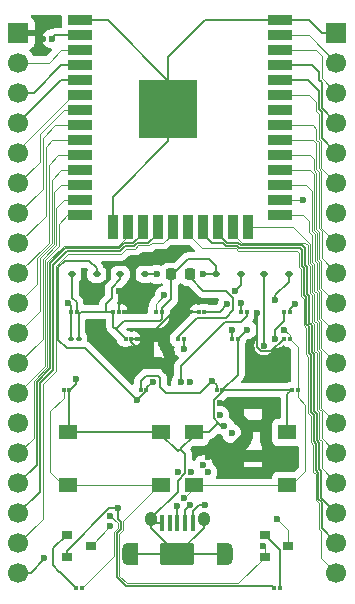
<source format=gbr>
%TF.GenerationSoftware,KiCad,Pcbnew,9.0.5*%
%TF.CreationDate,2025-10-26T01:34:21+08:00*%
%TF.ProjectId,KiCAD_Proj (ESP32),4b694341-445f-4507-926f-6a2028455350,rev?*%
%TF.SameCoordinates,Original*%
%TF.FileFunction,Copper,L1,Top*%
%TF.FilePolarity,Positive*%
%FSLAX46Y46*%
G04 Gerber Fmt 4.6, Leading zero omitted, Abs format (unit mm)*
G04 Created by KiCad (PCBNEW 9.0.5) date 2025-10-26 01:34:21*
%MOMM*%
%LPD*%
G01*
G04 APERTURE LIST*
G04 Aperture macros list*
%AMRoundRect*
0 Rectangle with rounded corners*
0 $1 Rounding radius*
0 $2 $3 $4 $5 $6 $7 $8 $9 X,Y pos of 4 corners*
0 Add a 4 corners polygon primitive as box body*
4,1,4,$2,$3,$4,$5,$6,$7,$8,$9,$2,$3,0*
0 Add four circle primitives for the rounded corners*
1,1,$1+$1,$2,$3*
1,1,$1+$1,$4,$5*
1,1,$1+$1,$6,$7*
1,1,$1+$1,$8,$9*
0 Add four rect primitives between the rounded corners*
20,1,$1+$1,$2,$3,$4,$5,0*
20,1,$1+$1,$4,$5,$6,$7,0*
20,1,$1+$1,$6,$7,$8,$9,0*
20,1,$1+$1,$8,$9,$2,$3,0*%
G04 Aperture macros list end*
%TA.AperFunction,SMDPad,CuDef*%
%ADD10RoundRect,0.075000X0.125000X0.075000X-0.125000X0.075000X-0.125000X-0.075000X0.125000X-0.075000X0*%
%TD*%
%TA.AperFunction,ComponentPad*%
%ADD11R,1.700000X1.700000*%
%TD*%
%TA.AperFunction,ComponentPad*%
%ADD12C,1.700000*%
%TD*%
%TA.AperFunction,SMDPad,CuDef*%
%ADD13RoundRect,0.112500X-0.187500X-0.112500X0.187500X-0.112500X0.187500X0.112500X-0.187500X0.112500X0*%
%TD*%
%TA.AperFunction,SMDPad,CuDef*%
%ADD14RoundRect,0.075000X-0.125000X-0.075000X0.125000X-0.075000X0.125000X0.075000X-0.125000X0.075000X0*%
%TD*%
%TA.AperFunction,SMDPad,CuDef*%
%ADD15R,1.550000X1.300000*%
%TD*%
%TA.AperFunction,SMDPad,CuDef*%
%ADD16R,0.900000X0.800000*%
%TD*%
%TA.AperFunction,SMDPad,CuDef*%
%ADD17RoundRect,0.100000X-0.130000X-0.100000X0.130000X-0.100000X0.130000X0.100000X-0.130000X0.100000X0*%
%TD*%
%TA.AperFunction,SMDPad,CuDef*%
%ADD18R,2.000000X0.900000*%
%TD*%
%TA.AperFunction,SMDPad,CuDef*%
%ADD19R,0.900000X2.000000*%
%TD*%
%TA.AperFunction,SMDPad,CuDef*%
%ADD20R,5.000000X5.000000*%
%TD*%
%TA.AperFunction,SMDPad,CuDef*%
%ADD21RoundRect,0.100000X-0.100000X-0.575000X0.100000X-0.575000X0.100000X0.575000X-0.100000X0.575000X0*%
%TD*%
%TA.AperFunction,HeatsinkPad*%
%ADD22O,1.000000X1.900000*%
%TD*%
%TA.AperFunction,SMDPad,CuDef*%
%ADD23R,0.875000X1.900000*%
%TD*%
%TA.AperFunction,HeatsinkPad*%
%ADD24O,1.050000X1.250000*%
%TD*%
%TA.AperFunction,SMDPad,CuDef*%
%ADD25RoundRect,0.250000X-1.200000X-0.700000X1.200000X-0.700000X1.200000X0.700000X-1.200000X0.700000X0*%
%TD*%
%TA.AperFunction,SMDPad,CuDef*%
%ADD26RoundRect,0.218750X-0.218750X-0.256250X0.218750X-0.256250X0.218750X0.256250X-0.218750X0.256250X0*%
%TD*%
%TA.AperFunction,ViaPad*%
%ADD27C,0.600000*%
%TD*%
%TA.AperFunction,Conductor*%
%ADD28C,0.150000*%
%TD*%
%TA.AperFunction,Conductor*%
%ADD29C,0.100000*%
%TD*%
%TA.AperFunction,Conductor*%
%ADD30C,0.200000*%
%TD*%
G04 APERTURE END LIST*
D10*
%TO.P,C19,1*%
%TO.N,/VDD33*%
X143400000Y-100838000D03*
%TO.P,C19,2*%
%TO.N,GND*%
X142900000Y-100838000D03*
%TD*%
D11*
%TO.P,J2,1,Pin_1*%
%TO.N,/VDD33*%
X133837000Y-74930000D03*
D12*
%TO.P,J2,2,Pin_2*%
%TO.N,/EN*%
X133837000Y-77470000D03*
%TO.P,J2,3,Pin_3*%
%TO.N,/SENSOR_VP*%
X133837000Y-80010000D03*
%TO.P,J2,4,Pin_4*%
%TO.N,/SENSOR_VN*%
X133837000Y-82550000D03*
%TO.P,J2,5,Pin_5*%
%TO.N,/IO34*%
X133837000Y-85090000D03*
%TO.P,J2,6,Pin_6*%
%TO.N,/IO35*%
X133837000Y-87630000D03*
%TO.P,J2,7,Pin_7*%
%TO.N,/IO32*%
X133837000Y-90170000D03*
%TO.P,J2,8,Pin_8*%
%TO.N,/IO33*%
X133837000Y-92710000D03*
%TO.P,J2,9,Pin_9*%
%TO.N,/IO25*%
X133837000Y-95250000D03*
%TO.P,J2,10,Pin_10*%
%TO.N,/IO26*%
X133837000Y-97790000D03*
%TO.P,J2,11,Pin_11*%
%TO.N,/IO27*%
X133837000Y-100330000D03*
%TO.P,J2,12,Pin_12*%
%TO.N,/IO14*%
X133837000Y-102870000D03*
%TO.P,J2,13,Pin_13*%
%TO.N,/IO12*%
X133837000Y-105410000D03*
%TO.P,J2,14,Pin_14*%
%TO.N,GND*%
X133837000Y-107950000D03*
%TO.P,J2,15,Pin_15*%
%TO.N,/IO13*%
X133837000Y-110490000D03*
%TO.P,J2,16,Pin_16*%
%TO.N,/SD2*%
X133837000Y-113030000D03*
%TO.P,J2,17,Pin_17*%
%TO.N,/SD3*%
X133837000Y-115570000D03*
%TO.P,J2,18,Pin_18*%
%TO.N,/CMD*%
X133837000Y-118110000D03*
%TO.P,J2,19,Pin_19*%
%TO.N,/EXT_5V*%
X133837000Y-120650000D03*
%TD*%
D13*
%TO.P,D3,1,K*%
%TO.N,/EXT_5V*%
X154618000Y-95377000D03*
%TO.P,D3,2,A*%
%TO.N,/VBUS*%
X156718000Y-95377000D03*
%TD*%
D14*
%TO.P,R23,1*%
%TO.N,Net-(U1-~{SUSPENDB})*%
X151896000Y-100838000D03*
%TO.P,R23,2*%
%TO.N,GND*%
X152396000Y-100838000D03*
%TD*%
%TO.P,R22,1*%
%TO.N,/RTS*%
X155452000Y-121920000D03*
%TO.P,R22,2*%
%TO.N,Net-(Q2-Pad1)*%
X155952000Y-121920000D03*
%TD*%
%TO.P,C9,1*%
%TO.N,/EN*%
X145470000Y-98552000D03*
%TO.P,C9,2*%
%TO.N,GND*%
X145970000Y-98552000D03*
%TD*%
D15*
%TO.P,SW1,1,1*%
%TO.N,GND*%
X137990000Y-108748000D03*
X145940000Y-108748000D03*
%TO.P,SW1,2,2*%
%TO.N,/IO0*%
X137990000Y-113248000D03*
X145940000Y-113248000D03*
%TD*%
D11*
%TO.P,J3,1,Pin_1*%
%TO.N,GND*%
X160761000Y-74930000D03*
D12*
%TO.P,J3,2,Pin_2*%
%TO.N,/IO23*%
X160761000Y-77470000D03*
%TO.P,J3,3,Pin_3*%
%TO.N,/IO22*%
X160761000Y-80010000D03*
%TO.P,J3,4,Pin_4*%
%TO.N,/TXD0*%
X160761000Y-82550000D03*
%TO.P,J3,5,Pin_5*%
%TO.N,/RXD0*%
X160761000Y-85090000D03*
%TO.P,J3,6,Pin_6*%
%TO.N,/IO21*%
X160761000Y-87630000D03*
%TO.P,J3,7,Pin_7*%
%TO.N,GND*%
X160761000Y-90170000D03*
%TO.P,J3,8,Pin_8*%
%TO.N,/IO19*%
X160761000Y-92710000D03*
%TO.P,J3,9,Pin_9*%
%TO.N,/IO18*%
X160761000Y-95250000D03*
%TO.P,J3,10,Pin_10*%
%TO.N,/IO5*%
X160761000Y-97790000D03*
%TO.P,J3,11,Pin_11*%
%TO.N,/IO17*%
X160761000Y-100330000D03*
%TO.P,J3,12,Pin_12*%
%TO.N,/IO16*%
X160761000Y-102870000D03*
%TO.P,J3,13,Pin_13*%
%TO.N,/IO4*%
X160761000Y-105410000D03*
%TO.P,J3,14,Pin_14*%
%TO.N,/IO0*%
X160761000Y-107950000D03*
%TO.P,J3,15,Pin_15*%
%TO.N,/IO2*%
X160761000Y-110490000D03*
%TO.P,J3,16,Pin_16*%
%TO.N,/IO15*%
X160761000Y-113030000D03*
%TO.P,J3,17,Pin_17*%
%TO.N,/SD1*%
X160761000Y-115570000D03*
%TO.P,J3,18,Pin_18*%
%TO.N,/SD0*%
X160761000Y-118110000D03*
%TO.P,J3,19,Pin_19*%
%TO.N,/CLK*%
X160761000Y-120650000D03*
%TD*%
D16*
%TO.P,Q2,1*%
%TO.N,Net-(Q2-Pad1)*%
X154686000Y-117414000D03*
%TO.P,Q2,2*%
%TO.N,/IO0*%
X154686000Y-119314000D03*
%TO.P,Q2,3*%
%TO.N,/DTR*%
X156686000Y-118364000D03*
%TD*%
D13*
%TO.P,D4,1,A1*%
%TO.N,GND*%
X150554000Y-95377000D03*
%TO.P,D4,2,A2*%
%TO.N,/USB_DN*%
X152654000Y-95377000D03*
%TD*%
D10*
%TO.P,R2,1*%
%TO.N,/EXT_5V*%
X147845000Y-100838000D03*
%TO.P,R2,2*%
%TO.N,Net-(D1-A)*%
X147345000Y-100838000D03*
%TD*%
D14*
%TO.P,C22,1*%
%TO.N,Net-(U3-3V3)*%
X138248000Y-98552000D03*
%TO.P,C22,2*%
%TO.N,GND*%
X138748000Y-98552000D03*
%TD*%
D17*
%TO.P,C21,1*%
%TO.N,Net-(U3-3V3)*%
X138278000Y-100838000D03*
%TO.P,C21,2*%
%TO.N,GND*%
X138918000Y-100838000D03*
%TD*%
D10*
%TO.P,R21,1*%
%TO.N,/DTR*%
X139188000Y-121920000D03*
%TO.P,R21,2*%
%TO.N,Net-(Q1-Pad1)*%
X138688000Y-121920000D03*
%TD*%
D18*
%TO.P,MOD1,1,GND*%
%TO.N,GND*%
X139011500Y-73861000D03*
%TO.P,MOD1,2,3V3*%
%TO.N,Net-(U3-3V3)*%
X139011500Y-75131000D03*
%TO.P,MOD1,3,EN*%
%TO.N,/EN*%
X139011500Y-76401000D03*
%TO.P,MOD1,4,SENSOR_VP*%
%TO.N,/SENSOR_VP*%
X139011500Y-77671000D03*
%TO.P,MOD1,5,SENSOR_VN*%
%TO.N,/SENSOR_VN*%
X139011500Y-78941000D03*
%TO.P,MOD1,6,IO34*%
%TO.N,/IO34*%
X139011500Y-80211000D03*
%TO.P,MOD1,7,IO35*%
%TO.N,/IO35*%
X139011500Y-81481000D03*
%TO.P,MOD1,8,IO32*%
%TO.N,/IO32*%
X139011500Y-82751000D03*
%TO.P,MOD1,9,IO33*%
%TO.N,/IO33*%
X139011500Y-84021000D03*
%TO.P,MOD1,10,IO25*%
%TO.N,/IO25*%
X139011500Y-85291000D03*
%TO.P,MOD1,11,IO26*%
%TO.N,/IO26*%
X139011500Y-86561000D03*
%TO.P,MOD1,12,IO27*%
%TO.N,/IO27*%
X139011500Y-87831000D03*
%TO.P,MOD1,13,IO14*%
%TO.N,/IO14*%
X139011500Y-89101000D03*
%TO.P,MOD1,14,IO12*%
%TO.N,/IO12*%
X139011500Y-90371000D03*
D19*
%TO.P,MOD1,15,GND*%
%TO.N,GND*%
X141796500Y-91371000D03*
%TO.P,MOD1,16,IO13*%
%TO.N,/IO13*%
X143066500Y-91371000D03*
%TO.P,MOD1,17,SHD/SD2*%
%TO.N,/SD2*%
X144336500Y-91371000D03*
%TO.P,MOD1,18,SWP/SD3*%
%TO.N,/SD3*%
X145606500Y-91371000D03*
%TO.P,MOD1,19,SCS/CMD*%
%TO.N,/CMD*%
X146876500Y-91371000D03*
%TO.P,MOD1,20,SCK/CLK*%
%TO.N,/CLK*%
X148146500Y-91371000D03*
%TO.P,MOD1,21,SDO/SD0*%
%TO.N,/SD0*%
X149416500Y-91371000D03*
%TO.P,MOD1,22,SDI/SD1*%
%TO.N,/SD1*%
X150686500Y-91371000D03*
%TO.P,MOD1,23,IO15*%
%TO.N,/IO15*%
X151956500Y-91371000D03*
%TO.P,MOD1,24,IO2*%
%TO.N,/IO2*%
X153226500Y-91371000D03*
D18*
%TO.P,MOD1,25,IO0*%
%TO.N,/IO0*%
X156011500Y-90371000D03*
%TO.P,MOD1,26,IO4*%
%TO.N,/IO4*%
X156011500Y-89101000D03*
%TO.P,MOD1,27,IO16*%
%TO.N,/IO16*%
X156011500Y-87831000D03*
%TO.P,MOD1,28,IO17*%
%TO.N,/IO17*%
X156011500Y-86561000D03*
%TO.P,MOD1,29,IO5*%
%TO.N,/IO5*%
X156011500Y-85291000D03*
%TO.P,MOD1,30,IO18*%
%TO.N,/IO18*%
X156011500Y-84021000D03*
%TO.P,MOD1,31,IO19*%
%TO.N,/IO19*%
X156011500Y-82751000D03*
%TO.P,MOD1,32*%
%TO.N,N/C*%
X156011500Y-81481000D03*
%TO.P,MOD1,33,IO21*%
%TO.N,/IO21*%
X156011500Y-80211000D03*
%TO.P,MOD1,34,RXD0*%
%TO.N,/RXD0*%
X156011500Y-78941000D03*
%TO.P,MOD1,35,TXD0*%
%TO.N,/TXD0*%
X156011500Y-77671000D03*
%TO.P,MOD1,36,IO22*%
%TO.N,/IO22*%
X156011500Y-76401000D03*
%TO.P,MOD1,37,IO23*%
%TO.N,/IO23*%
X156011500Y-75131000D03*
%TO.P,MOD1,38,GND*%
%TO.N,GND*%
X156011500Y-73861000D03*
D20*
%TO.P,MOD1,39,GND*%
X146511500Y-81361000D03*
%TD*%
D14*
%TO.P,R11,1*%
%TO.N,/VDD33*%
X156303000Y-100838000D03*
%TO.P,R11,2*%
%TO.N,/EN*%
X156803000Y-100838000D03*
%TD*%
D10*
%TO.P,R18,1*%
%TO.N,/RXD0*%
X156803000Y-98552000D03*
%TO.P,R18,2*%
%TO.N,/TXD*%
X156303000Y-98552000D03*
%TD*%
D14*
%TO.P,R25,1*%
%TO.N,Net-(U1-VBUS)*%
X144170000Y-105156000D03*
%TO.P,R25,2*%
%TO.N,/VBUS*%
X144670000Y-105156000D03*
%TD*%
D10*
%TO.P,C20,1*%
%TO.N,/VDD33*%
X142359000Y-98552000D03*
%TO.P,C20,2*%
%TO.N,GND*%
X141859000Y-98552000D03*
%TD*%
%TO.P,C15,1*%
%TO.N,GND*%
X138151000Y-105156000D03*
%TO.P,C15,2*%
%TO.N,/IO0*%
X137651000Y-105156000D03*
%TD*%
D21*
%TO.P,J1,1,VBUS*%
%TO.N,/VBUS*%
X148599000Y-116403000D03*
%TO.P,J1,2,D-*%
%TO.N,/USB_DN*%
X147949000Y-116403000D03*
%TO.P,J1,3,D+*%
%TO.N,/USB_DP*%
X147299000Y-116403000D03*
%TO.P,J1,4,ID*%
%TO.N,unconnected-(J1-ID-Pad4)*%
X146649000Y-116403000D03*
%TO.P,J1,5,GND*%
%TO.N,GND*%
X145999000Y-116403000D03*
D22*
%TO.P,J1,6,Shield*%
X143124000Y-119078000D03*
D23*
X143561500Y-119078000D03*
D24*
X145074000Y-116078000D03*
D25*
X147299000Y-119078000D03*
D24*
X149524000Y-116078000D03*
D23*
X151036500Y-119078000D03*
D22*
X151474000Y-119078000D03*
%TD*%
D16*
%TO.P,Q1,1*%
%TO.N,Net-(Q1-Pad1)*%
X137938000Y-117414000D03*
%TO.P,Q1,2*%
%TO.N,/RTS*%
X137938000Y-119314000D03*
%TO.P,Q1,3*%
%TO.N,/EN*%
X139938000Y-118364000D03*
%TD*%
D14*
%TO.P,C14,1*%
%TO.N,GND*%
X156976000Y-105156000D03*
%TO.P,C14,2*%
%TO.N,/EN*%
X157476000Y-105156000D03*
%TD*%
%TO.P,R24,1*%
%TO.N,/VDD33*%
X149081000Y-98552000D03*
%TO.P,R24,2*%
%TO.N,Net-(U1-~{RST})*%
X149581000Y-98552000D03*
%TD*%
D26*
%TO.P,D1,1,K*%
%TO.N,GND*%
X146761000Y-95377000D03*
%TO.P,D1,2,A*%
%TO.N,Net-(D1-A)*%
X148336000Y-95377000D03*
%TD*%
D13*
%TO.P,D5,1,A1*%
%TO.N,GND*%
X142460000Y-95377000D03*
%TO.P,D5,2,A2*%
%TO.N,/USB_DP*%
X144560000Y-95377000D03*
%TD*%
%TO.P,D6,1,A1*%
%TO.N,GND*%
X138362000Y-95377000D03*
%TO.P,D6,2,A2*%
%TO.N,/VBUS*%
X140462000Y-95377000D03*
%TD*%
D14*
%TO.P,R17,1*%
%TO.N,/TXD0*%
X152692000Y-98552000D03*
%TO.P,R17,2*%
%TO.N,/RXD*%
X153192000Y-98552000D03*
%TD*%
%TO.P,R26,1*%
%TO.N,Net-(U1-VBUS)*%
X150605000Y-105156000D03*
%TO.P,R26,2*%
%TO.N,GND*%
X151105000Y-105156000D03*
%TD*%
D15*
%TO.P,SW2,1,1*%
%TO.N,GND*%
X148658000Y-108748000D03*
X156608000Y-108748000D03*
%TO.P,SW2,2,2*%
%TO.N,/EN*%
X148658000Y-113248000D03*
X156608000Y-113248000D03*
%TD*%
D27*
%TO.N,/EXT_5V*%
X154618000Y-101405000D03*
X147845000Y-101710000D03*
X136017000Y-119380000D03*
%TO.N,GND*%
X153162000Y-100076000D03*
X149479000Y-95377000D03*
X138684000Y-104267000D03*
X151265000Y-108212000D03*
%TO.N,/EN*%
X147828000Y-114300000D03*
X141605000Y-116713000D03*
X146177000Y-97155000D03*
X156337000Y-100076000D03*
%TO.N,/IO0*%
X154559000Y-118364000D03*
%TO.N,/VDD33*%
X154051000Y-98679000D03*
X143891000Y-101600000D03*
X150876000Y-106299000D03*
X149860000Y-110871000D03*
X135890000Y-75438000D03*
X142367000Y-96774000D03*
%TO.N,/VBUS*%
X149606000Y-114935000D03*
X145224500Y-104457500D03*
X143891000Y-106045000D03*
X155575000Y-97536000D03*
%TO.N,/USB_DN*%
X152146000Y-96774000D03*
X150876000Y-107315000D03*
X148336000Y-114935000D03*
%TO.N,/USB_DP*%
X151892000Y-108839000D03*
X149860000Y-112141000D03*
X147299000Y-114956000D03*
X145542000Y-95377000D03*
%TO.N,/TXD0*%
X152692000Y-97828000D03*
%TO.N,/RXD0*%
X157289500Y-97853500D03*
%TO.N,/IO4*%
X157935000Y-89101000D03*
%TO.N,/RTS*%
X142240000Y-115189000D03*
%TO.N,/DTR*%
X141605000Y-115824000D03*
X155702000Y-116078000D03*
%TO.N,/RXD*%
X147574000Y-104521000D03*
%TO.N,/TXD*%
X148336000Y-104521000D03*
X155575000Y-100838000D03*
%TO.N,Net-(U1-~{SUSPENDB})*%
X151892000Y-100076000D03*
X147320000Y-112141000D03*
%TO.N,Net-(U1-~{RST})*%
X148463000Y-112141000D03*
X151511000Y-97917000D03*
%TO.N,Net-(U1-VBUS)*%
X150241000Y-104394000D03*
X149479000Y-111506000D03*
%TO.N,Net-(U3-3V3)*%
X138049000Y-97790000D03*
X136652000Y-75438000D03*
%TD*%
D28*
%TO.N,/EXT_5V*%
X154618000Y-95377000D02*
X154618000Y-101405000D01*
X133837000Y-120650000D02*
X134874000Y-120650000D01*
X147845000Y-100838000D02*
X147845000Y-101710000D01*
X136017000Y-119507000D02*
X136017000Y-119380000D01*
X134874000Y-120650000D02*
X136017000Y-119507000D01*
%TO.N,GND*%
X142473000Y-95779000D02*
X141732000Y-96520000D01*
X146511500Y-78990250D02*
X146511500Y-81361000D01*
X149987000Y-94107000D02*
X150554000Y-94674000D01*
X142062000Y-100000000D02*
X141859000Y-99797000D01*
X145970000Y-98552000D02*
X145970000Y-99140000D01*
X151105000Y-105308000D02*
X151105000Y-105156000D01*
X138151000Y-105156000D02*
X138176000Y-105156000D01*
X147299000Y-119078000D02*
X143561500Y-119078000D01*
X147510500Y-110172500D02*
X147955000Y-110617000D01*
X150368000Y-107569000D02*
X150368000Y-106045000D01*
X145940000Y-108983000D02*
X147320000Y-110363000D01*
X146511500Y-77008500D02*
X149659000Y-73861000D01*
X147320000Y-110363000D02*
X147510500Y-110172500D01*
X159512000Y-74930000D02*
X158443000Y-73861000D01*
X147955000Y-110617000D02*
X147955000Y-112214520D01*
X147955000Y-112214520D02*
X147320000Y-112849520D01*
X149524000Y-116853000D02*
X149524000Y-116078000D01*
X145970000Y-98251000D02*
X145970000Y-98552000D01*
X152400000Y-100838000D02*
X153162000Y-100076000D01*
X150554000Y-95377000D02*
X149479000Y-95377000D01*
X138375000Y-95504000D02*
X138375000Y-97354000D01*
X142748000Y-99314000D02*
X142062000Y-100000000D01*
X147299000Y-119078000D02*
X149524000Y-116853000D01*
X147320000Y-112849520D02*
X147320000Y-113792000D01*
X148658000Y-108748000D02*
X149951000Y-108748000D01*
X146511500Y-84120500D02*
X141796500Y-88835500D01*
X146761000Y-97460000D02*
X145970000Y-98251000D01*
X138176000Y-105156000D02*
X138684000Y-104648000D01*
X142900000Y-100838000D02*
X142062000Y-100000000D01*
X147320000Y-113792000D02*
X145074000Y-116038000D01*
X141732000Y-97409000D02*
X141224000Y-97917000D01*
X141224000Y-97917000D02*
X141224000Y-98552000D01*
X152396000Y-100838000D02*
X152396000Y-103865000D01*
X151011000Y-108212000D02*
X150749000Y-107950000D01*
X141859000Y-98552000D02*
X141224000Y-98552000D01*
X138918000Y-100838000D02*
X138918000Y-98722000D01*
X139088000Y-98552000D02*
X138918000Y-98722000D01*
X150368000Y-106045000D02*
X151105000Y-105308000D01*
X158443000Y-73861000D02*
X156011500Y-73861000D01*
X145970000Y-99140000D02*
X145796000Y-99314000D01*
X147510500Y-110172500D02*
X148658000Y-109025000D01*
X141859000Y-99797000D02*
X141859000Y-98552000D01*
X151265000Y-108212000D02*
X151011000Y-108212000D01*
X141382250Y-73861000D02*
X146511500Y-78990250D01*
X145074000Y-116038000D02*
X145074000Y-116078000D01*
X151105000Y-105156000D02*
X156976000Y-105156000D01*
X148658000Y-109025000D02*
X148658000Y-108748000D01*
X138918000Y-98722000D02*
X138748000Y-98552000D01*
X141224000Y-98552000D02*
X139088000Y-98552000D01*
X142473000Y-95504000D02*
X142473000Y-95779000D01*
X149951000Y-108748000D02*
X150749000Y-107950000D01*
X156608000Y-105524000D02*
X156976000Y-105156000D01*
X150749000Y-107950000D02*
X150368000Y-107569000D01*
X148162500Y-94107000D02*
X146765500Y-95504000D01*
X145074000Y-116853000D02*
X145074000Y-116078000D01*
X145940000Y-108748000D02*
X137990000Y-108748000D01*
X149987000Y-94107000D02*
X148162500Y-94107000D01*
X138151000Y-108587000D02*
X138151000Y-105156000D01*
X147299000Y-119078000D02*
X151036500Y-119078000D01*
X138748000Y-97727000D02*
X138748000Y-98552000D01*
X139011500Y-73861000D02*
X141382250Y-73861000D01*
X137990000Y-108748000D02*
X138151000Y-108587000D01*
X138684000Y-104648000D02*
X138684000Y-104267000D01*
X138375000Y-97354000D02*
X138748000Y-97727000D01*
X156608000Y-108748000D02*
X156608000Y-105524000D01*
X147299000Y-119078000D02*
X145074000Y-116853000D01*
X145940000Y-108748000D02*
X145940000Y-108983000D01*
X152396000Y-103865000D02*
X151105000Y-105156000D01*
X146511500Y-81361000D02*
X146511500Y-84120500D01*
X145399000Y-116403000D02*
X145074000Y-116078000D01*
X149659000Y-73861000D02*
X156011500Y-73861000D01*
X146511500Y-81361000D02*
X146511500Y-77008500D01*
X145999000Y-116403000D02*
X145399000Y-116403000D01*
X141796500Y-88835500D02*
X141796500Y-91371000D01*
X141732000Y-96520000D02*
X141732000Y-97409000D01*
X146761000Y-95377000D02*
X146761000Y-97460000D01*
X160761000Y-74930000D02*
X159512000Y-74930000D01*
X150554000Y-94674000D02*
X150554000Y-95377000D01*
X145796000Y-99314000D02*
X142748000Y-99314000D01*
X152396000Y-100838000D02*
X152400000Y-100838000D01*
D29*
%TO.N,/EN*%
X158115000Y-106426000D02*
X158115000Y-112014000D01*
X156337000Y-100076000D02*
X156803000Y-100542000D01*
X156803000Y-100838000D02*
X157476000Y-101511000D01*
X157476000Y-105787000D02*
X158115000Y-106426000D01*
X139938000Y-118364000D02*
X139954000Y-118364000D01*
X158115000Y-112014000D02*
X156881000Y-113248000D01*
X145470000Y-98552000D02*
X145470000Y-97862000D01*
X148658000Y-113248000D02*
X148658000Y-113470000D01*
X156881000Y-113248000D02*
X156608000Y-113248000D01*
X139954000Y-118364000D02*
X141605000Y-116713000D01*
X148658000Y-113470000D02*
X147828000Y-114300000D01*
X148658000Y-113248000D02*
X156608000Y-113248000D01*
X137467000Y-76401000D02*
X136398000Y-77470000D01*
X136398000Y-77470000D02*
X133837000Y-77470000D01*
X157476000Y-101511000D02*
X157476000Y-105156000D01*
X157476000Y-105156000D02*
X157476000Y-105787000D01*
X145470000Y-97862000D02*
X146177000Y-97155000D01*
X139011500Y-76401000D02*
X137467000Y-76401000D01*
X156803000Y-100542000D02*
X156803000Y-100838000D01*
%TO.N,/IO0*%
X142717888Y-116238388D02*
X142716250Y-116236750D01*
X158454000Y-91824280D02*
X158454000Y-90884500D01*
X137651000Y-105808000D02*
X136525000Y-106934000D01*
X160761000Y-107950000D02*
X159486372Y-106675372D01*
X136525000Y-112141000D02*
X137632000Y-113248000D01*
X158883372Y-96765143D02*
X158883371Y-96647001D01*
X158708000Y-92078282D02*
X158454000Y-91824280D01*
X137990000Y-113248000D02*
X145940000Y-113248000D01*
X136525000Y-106934000D02*
X136525000Y-112141000D01*
X159486372Y-106675372D02*
X159486372Y-101879627D01*
X154686000Y-118491000D02*
X154559000Y-118364000D01*
X159285372Y-101678628D02*
X159285373Y-99422885D01*
X158454000Y-90884500D02*
X157940500Y-90371000D01*
X158883372Y-94509397D02*
X158707999Y-94334023D01*
X142716250Y-116236750D02*
X145705000Y-113248000D01*
X142367000Y-120904000D02*
X142367000Y-117348000D01*
X158883371Y-96647001D02*
X158883372Y-94509397D01*
X157940500Y-90371000D02*
X156011500Y-90371000D01*
X143002000Y-121539000D02*
X142367000Y-120904000D01*
X154686000Y-119314000D02*
X154686000Y-118491000D01*
X137632000Y-113248000D02*
X137990000Y-113248000D01*
X159084372Y-99221884D02*
X159084372Y-96966143D01*
X159285373Y-99422885D02*
X159217244Y-99354757D01*
X145705000Y-113248000D02*
X145940000Y-113248000D01*
X154686000Y-119314000D02*
X152461000Y-121539000D01*
X158707999Y-94334023D02*
X158708000Y-94234000D01*
X159486372Y-101879627D02*
X159285372Y-101678628D01*
X142367000Y-117348000D02*
X142717888Y-116997112D01*
X159084372Y-96966143D02*
X158883372Y-96765143D01*
X158708000Y-94234000D02*
X158708000Y-92078282D01*
X137651000Y-105156000D02*
X137651000Y-105808000D01*
X152461000Y-121539000D02*
X143002000Y-121539000D01*
X142717888Y-116997112D02*
X142717888Y-116238388D01*
X159217244Y-99354757D02*
X159084372Y-99221884D01*
D28*
%TO.N,/VDD33*%
X155235000Y-101906000D02*
X154410479Y-101906000D01*
X146939000Y-98552000D02*
X149081000Y-98552000D01*
X144653000Y-100838000D02*
X143400000Y-100838000D01*
X153035000Y-107696000D02*
X153035000Y-108712000D01*
X133837000Y-74930000D02*
X135382000Y-74930000D01*
X156303000Y-100838000D02*
X155235000Y-101906000D01*
X143400000Y-101109000D02*
X143891000Y-101600000D01*
X143400000Y-100838000D02*
X143400000Y-101109000D01*
X150876000Y-110871000D02*
X149860000Y-110871000D01*
X154410479Y-101906000D02*
X154051000Y-101546521D01*
X142359000Y-96782000D02*
X142367000Y-96774000D01*
X146939000Y-98552000D02*
X144653000Y-100838000D01*
X142359000Y-98552000D02*
X142359000Y-96782000D01*
X135382000Y-74930000D02*
X135890000Y-75438000D01*
X153035000Y-108712000D02*
X150876000Y-110871000D01*
X150876000Y-106299000D02*
X151638000Y-106299000D01*
X151638000Y-106299000D02*
X153035000Y-107696000D01*
X154051000Y-101546521D02*
X154051000Y-98679000D01*
%TO.N,Net-(D1-A)*%
X147345000Y-100688001D02*
X148973001Y-99060000D01*
X152019000Y-98425000D02*
X152019000Y-97409000D01*
X152019000Y-97409000D02*
X151384000Y-96774000D01*
X148336000Y-95631000D02*
X148336000Y-95377000D01*
X147345000Y-100838000D02*
X147345000Y-100688001D01*
X149479000Y-96774000D02*
X148336000Y-95631000D01*
X151384000Y-99060000D02*
X152019000Y-98425000D01*
X148973001Y-99060000D02*
X151384000Y-99060000D01*
X151384000Y-96774000D02*
X149479000Y-96774000D01*
%TO.N,/VBUS*%
X139827000Y-94234000D02*
X140462000Y-94869000D01*
X144670000Y-105156000D02*
X144670000Y-105012000D01*
X145224500Y-104457500D02*
X145288000Y-104394000D01*
X137221000Y-100899000D02*
X137221000Y-94781224D01*
X139446000Y-101600000D02*
X137922000Y-101600000D01*
X144670000Y-105266000D02*
X143891000Y-106045000D01*
X143891000Y-106045000D02*
X139446000Y-101600000D01*
X137768224Y-94234000D02*
X139827000Y-94234000D01*
X156718000Y-96012000D02*
X155575000Y-97155000D01*
X140462000Y-94869000D02*
X140462000Y-95377000D01*
X149098000Y-114935000D02*
X149606000Y-114935000D01*
X144670000Y-105012000D02*
X145224500Y-104457500D01*
X144670000Y-105156000D02*
X144670000Y-105266000D01*
X156718000Y-95377000D02*
X156718000Y-96012000D01*
X155575000Y-97155000D02*
X155575000Y-97536000D01*
X137221000Y-94781224D02*
X137768224Y-94234000D01*
X148599000Y-116403000D02*
X148599000Y-115434000D01*
X137922000Y-101600000D02*
X137221000Y-100899000D01*
X148599000Y-115434000D02*
X149098000Y-114935000D01*
D30*
%TO.N,/USB_DN*%
X152654000Y-96266000D02*
X152146000Y-96774000D01*
X147949000Y-115322000D02*
X148336000Y-114935000D01*
X152654000Y-95377000D02*
X152654000Y-96266000D01*
X147949000Y-116403000D02*
X147949000Y-115322000D01*
%TO.N,/USB_DP*%
X144560000Y-95377000D02*
X145542000Y-95377000D01*
X147299000Y-116403000D02*
X147299000Y-114956000D01*
D29*
%TO.N,/IO33*%
X136144000Y-84582000D02*
X136705000Y-84021000D01*
X136705000Y-84021000D02*
X139011500Y-84021000D01*
X136144000Y-90403000D02*
X136144000Y-84582000D01*
X133837000Y-92710000D02*
X136144000Y-90403000D01*
D30*
%TO.N,/SENSOR_VN*%
X133837000Y-82550000D02*
X137446000Y-78941000D01*
X137446000Y-78941000D02*
X139011500Y-78941000D01*
D29*
%TO.N,/IO34*%
X133837000Y-84835500D02*
X138461500Y-80211000D01*
X138461500Y-80211000D02*
X139011500Y-80211000D01*
X133837000Y-85090000D02*
X133837000Y-84835500D01*
%TO.N,/IO35*%
X135636000Y-85831000D02*
X135636000Y-83513000D01*
X137668000Y-81481000D02*
X139011500Y-81481000D01*
X133837000Y-87630000D02*
X135636000Y-85831000D01*
X135636000Y-83513000D02*
X137668000Y-81481000D01*
%TO.N,/IO26*%
X136652000Y-87376000D02*
X137467000Y-86561000D01*
X136652000Y-92730500D02*
X136652000Y-87376000D01*
X137467000Y-86561000D02*
X139011500Y-86561000D01*
X133837000Y-97790000D02*
X135402500Y-96224500D01*
X135402500Y-93980000D02*
X136652000Y-92730500D01*
X135402500Y-96224500D02*
X135402500Y-93980000D01*
D28*
%TO.N,/SD3*%
X137922000Y-93441000D02*
X136769000Y-94594000D01*
X143902468Y-92710000D02*
X143618662Y-92993806D01*
X145606500Y-91921000D02*
X144817500Y-92710000D01*
X135636000Y-104569836D02*
X135636000Y-113771000D01*
X143618662Y-92993806D02*
X142884774Y-92993806D01*
X135636000Y-113771000D02*
X133837000Y-115570000D01*
X136769000Y-103436836D02*
X135636000Y-104569836D01*
X144817500Y-92710000D02*
X143902468Y-92710000D01*
X145606500Y-91371000D02*
X145606500Y-91921000D01*
X136769000Y-94594000D02*
X136769000Y-103436836D01*
X142437580Y-93441000D02*
X137922000Y-93441000D01*
X142884774Y-92993806D02*
X142437580Y-93441000D01*
D29*
%TO.N,/IO32*%
X135890000Y-88117000D02*
X135890000Y-83820000D01*
X136959000Y-82751000D02*
X139011500Y-82751000D01*
X135890000Y-83820000D02*
X136959000Y-82751000D01*
X133837000Y-90170000D02*
X135890000Y-88117000D01*
%TO.N,/IO13*%
X143066500Y-91371000D02*
X143066500Y-92137500D01*
X136292000Y-94340000D02*
X136292000Y-103239256D01*
X136292000Y-103239256D02*
X135128000Y-104403256D01*
X135128000Y-104403256D02*
X135128000Y-109199000D01*
X137668000Y-92964000D02*
X136292000Y-94340000D01*
X135128000Y-109199000D02*
X133837000Y-110490000D01*
X143066500Y-92137500D02*
X142240000Y-92964000D01*
X142240000Y-92964000D02*
X137668000Y-92964000D01*
%TO.N,/IO25*%
X137213000Y-85291000D02*
X139011500Y-85291000D01*
X133837000Y-95250000D02*
X136398000Y-92689000D01*
X136398000Y-92689000D02*
X136398000Y-86106000D01*
X136398000Y-86106000D02*
X137213000Y-85291000D01*
%TO.N,/IO14*%
X137054000Y-89768000D02*
X137721000Y-89101000D01*
X135890000Y-100817000D02*
X135890000Y-94061012D01*
X133837000Y-102870000D02*
X135890000Y-100817000D01*
X135890000Y-94061012D02*
X137054000Y-92897012D01*
X137721000Y-89101000D02*
X139011500Y-89101000D01*
X137054000Y-92897012D02*
X137054000Y-89768000D01*
%TO.N,/CMD*%
X144911112Y-92936000D02*
X145137112Y-92710000D01*
X138015612Y-93667000D02*
X142531192Y-93667000D01*
X143712274Y-93219806D02*
X143996080Y-92936000D01*
X142531192Y-93667000D02*
X142978386Y-93219806D01*
X143996080Y-92936000D02*
X144911112Y-92936000D01*
X146876500Y-91921000D02*
X146876500Y-91371000D01*
X135890000Y-116057000D02*
X135890000Y-104648000D01*
X145137112Y-92710000D02*
X146087500Y-92710000D01*
X142978386Y-93219806D02*
X143712274Y-93219806D01*
X135890000Y-104648000D02*
X135883724Y-104641724D01*
X135883724Y-104641724D02*
X136995000Y-103530448D01*
X133837000Y-118110000D02*
X135890000Y-116057000D01*
X136995000Y-94687612D02*
X138015612Y-93667000D01*
X136995000Y-103530448D02*
X136995000Y-94687612D01*
X146087500Y-92710000D02*
X146876500Y-91921000D01*
%TO.N,/IO12*%
X137255000Y-92980268D02*
X136091000Y-94144268D01*
X136091000Y-94144268D02*
X136091000Y-103156000D01*
X139011500Y-90371000D02*
X137975000Y-90371000D01*
X136091000Y-103156000D02*
X133837000Y-105410000D01*
X137255000Y-91091000D02*
X137255000Y-92980268D01*
X137975000Y-90371000D02*
X137255000Y-91091000D01*
%TO.N,/IO27*%
X136853000Y-88445000D02*
X137467000Y-87831000D01*
X135661378Y-98505622D02*
X135661378Y-94005378D01*
X135661378Y-94005378D02*
X136853000Y-92813756D01*
X133837000Y-100330000D02*
X135661378Y-98505622D01*
X137467000Y-87831000D02*
X139011500Y-87831000D01*
X136853000Y-92813756D02*
X136853000Y-88445000D01*
D30*
%TO.N,/SENSOR_VP*%
X139011500Y-77671000D02*
X137467000Y-77671000D01*
X137467000Y-77671000D02*
X135128000Y-80010000D01*
X135128000Y-80010000D02*
X133837000Y-80010000D01*
D28*
%TO.N,/SD2*%
X142333612Y-93190000D02*
X142780806Y-92742806D01*
X135382000Y-104468868D02*
X136518000Y-103332868D01*
X133837000Y-113030000D02*
X135382000Y-111485000D01*
X143514694Y-92742806D02*
X144336500Y-91921000D01*
X137761612Y-93190000D02*
X142333612Y-93190000D01*
X136518000Y-94433612D02*
X137761612Y-93190000D01*
X144336500Y-91921000D02*
X144336500Y-91371000D01*
X135382000Y-111485000D02*
X135382000Y-104468868D01*
X142780806Y-92742806D02*
X143514694Y-92742806D01*
X136518000Y-103332868D02*
X136518000Y-94433612D01*
D29*
%TO.N,/IO21*%
X158443000Y-80211000D02*
X156011500Y-80211000D01*
X159004000Y-80772000D02*
X158443000Y-80211000D01*
X160761000Y-87630000D02*
X159468694Y-86337694D01*
X159258000Y-81788000D02*
X159004000Y-81534000D01*
X159004000Y-81534000D02*
X159004000Y-80772000D01*
X159468694Y-84117306D02*
X159258000Y-83906612D01*
X159258000Y-83906612D02*
X159258000Y-81788000D01*
X159468694Y-86337694D02*
X159468694Y-84117306D01*
%TO.N,/IO23*%
X158422000Y-75131000D02*
X160761000Y-77470000D01*
X156011500Y-75131000D02*
X158422000Y-75131000D01*
%TO.N,/CLK*%
X160761000Y-120650000D02*
X159468694Y-119357694D01*
X159468694Y-119357694D02*
X159468694Y-117137306D01*
X159286000Y-116954612D02*
X159286000Y-114769580D01*
X159468694Y-117137306D02*
X159286000Y-116954612D01*
X158608000Y-107359704D02*
X158381372Y-107133076D01*
X158991694Y-112254886D02*
X158809000Y-112072192D01*
X157778372Y-94968103D02*
X157602998Y-94792729D01*
X158180372Y-99880590D02*
X157979372Y-99679590D01*
X157778372Y-97222851D02*
X157778372Y-94968103D01*
X158608000Y-109615448D02*
X158608000Y-107359704D01*
X158809000Y-112072192D02*
X158809000Y-109816448D01*
X157979372Y-97423851D02*
X157778372Y-97222851D01*
X158180372Y-102136332D02*
X158180372Y-99880590D01*
X157421000Y-93413000D02*
X152454308Y-93413000D01*
X158381372Y-107133076D02*
X158381372Y-102337332D01*
X158991694Y-114475274D02*
X158991694Y-112254886D01*
X158809000Y-109816448D02*
X158608000Y-109615448D01*
X157979372Y-99679590D02*
X157979372Y-97423851D01*
X152454308Y-93413000D02*
X152231308Y-93190000D01*
X157602999Y-93594999D02*
X157421000Y-93413000D01*
X149415500Y-93190000D02*
X148146500Y-91921000D01*
X158381372Y-102337332D02*
X158180372Y-102136332D01*
X152231308Y-93190000D02*
X149415500Y-93190000D01*
X148146500Y-91921000D02*
X148146500Y-91371000D01*
X157602998Y-94792729D02*
X157602999Y-93594999D01*
X159286000Y-114769580D02*
X158991694Y-114475274D01*
%TO.N,/IO2*%
X159084372Y-101761885D02*
X159084372Y-99506139D01*
X158883372Y-97049399D02*
X158682372Y-96848402D01*
X159512000Y-106985256D02*
X159285372Y-106758628D01*
X159285372Y-101962884D02*
X159084372Y-101761885D01*
X158682372Y-96848402D02*
X158682372Y-94592654D01*
X159084372Y-99506139D02*
X158883372Y-99305141D01*
X158682372Y-94592654D02*
X158506998Y-94417278D01*
X159512000Y-109241000D02*
X159512000Y-106985256D01*
X160761000Y-110490000D02*
X159512000Y-109241000D01*
X158883372Y-99305141D02*
X158883372Y-97049399D01*
X157037615Y-91371000D02*
X153226500Y-91371000D01*
X158506998Y-94417278D02*
X158507000Y-92840385D01*
X159285372Y-106758628D02*
X159285372Y-101962884D01*
X158507000Y-92840385D02*
X157037615Y-91371000D01*
%TO.N,/IO15*%
X158682372Y-99388398D02*
X158682372Y-97132657D01*
X158481372Y-96931659D02*
X158481372Y-94676912D01*
X158682372Y-97132657D02*
X158481372Y-96931659D01*
X151956500Y-91921000D02*
X151956500Y-91371000D01*
X158481372Y-94676912D02*
X158422000Y-94617539D01*
X158305998Y-94500534D02*
X158306000Y-92923641D01*
X158422000Y-94616537D02*
X158305998Y-94500534D01*
X158422000Y-94617539D02*
X158422000Y-94616537D01*
X159512000Y-111781000D02*
X159512000Y-109525256D01*
X159311000Y-109324256D02*
X159311000Y-107068512D01*
X159311000Y-107068512D02*
X159084372Y-106841884D01*
X158306000Y-92923641D02*
X158092359Y-92710000D01*
X159084372Y-102046140D02*
X158883372Y-101845140D01*
X158092359Y-92710000D02*
X152745500Y-92710000D01*
X158883372Y-101845140D02*
X158883372Y-99589397D01*
X160761000Y-113030000D02*
X159512000Y-111781000D01*
X152745500Y-92710000D02*
X151956500Y-91921000D01*
X159512000Y-109525256D02*
X159311000Y-109324256D01*
X158883372Y-99589397D02*
X158682372Y-99388398D01*
X159084372Y-106841884D02*
X159084372Y-102046140D01*
%TO.N,/IO5*%
X159057000Y-86778768D02*
X158856000Y-86577768D01*
X158549000Y-85291000D02*
X156011500Y-85291000D01*
X159311000Y-91828512D02*
X159057000Y-91574512D01*
X158856000Y-86577768D02*
X158856000Y-85598000D01*
X159486372Y-94259628D02*
X159311000Y-94084256D01*
X159057000Y-91574512D02*
X159057000Y-86778768D01*
X159486372Y-96515372D02*
X159486372Y-94259628D01*
X158856000Y-85598000D02*
X158549000Y-85291000D01*
X160761000Y-97790000D02*
X159486372Y-96515372D01*
X159311000Y-94084256D02*
X159311000Y-91828512D01*
D28*
%TO.N,/SD0*%
X149416500Y-91921000D02*
X149416500Y-91371000D01*
X158205372Y-97330239D02*
X158004372Y-97129239D01*
X158004372Y-97129239D02*
X158004372Y-94874491D01*
X158834000Y-109521836D02*
X158834000Y-107266092D01*
X159217694Y-112161274D02*
X159035000Y-111978580D01*
X152547920Y-93187000D02*
X152321920Y-92961000D01*
X159035000Y-109722836D02*
X158834000Y-109521836D01*
X151138532Y-92710000D02*
X150223500Y-92710000D01*
X158406372Y-102042720D02*
X158406372Y-99786978D01*
X158607372Y-107039464D02*
X158607372Y-102243720D01*
X159512000Y-116861000D02*
X159512000Y-114675968D01*
X158205372Y-99585978D02*
X158205372Y-97330239D01*
X157703000Y-93187000D02*
X152547920Y-93187000D01*
X149416500Y-91903000D02*
X149416500Y-91371000D01*
X151389532Y-92961000D02*
X151138532Y-92710000D01*
X158406372Y-99786978D02*
X158205372Y-99585978D01*
X158834000Y-107266092D02*
X158607372Y-107039464D01*
X157829000Y-93313000D02*
X157703000Y-93187000D01*
X160761000Y-118110000D02*
X159512000Y-116861000D01*
X152321920Y-92961000D02*
X151389532Y-92961000D01*
X150223500Y-92710000D02*
X149416500Y-91903000D01*
X159035000Y-111978580D02*
X159035000Y-109722836D01*
X157828998Y-94699117D02*
X157829000Y-93313000D01*
X158004372Y-94874491D02*
X157828998Y-94699117D01*
X159512000Y-114675968D02*
X159217694Y-114381662D01*
X159217694Y-114381662D02*
X159217694Y-112161274D01*
X158607372Y-102243720D02*
X158406372Y-102042720D01*
%TO.N,/TXD0*%
X159286000Y-78232000D02*
X158725000Y-77671000D01*
X160761000Y-82550000D02*
X159512000Y-81301000D01*
X152692000Y-98552000D02*
X152692000Y-97828000D01*
X159512000Y-81301000D02*
X159512000Y-79121000D01*
X159286000Y-78895000D02*
X159286000Y-78232000D01*
X159512000Y-79121000D02*
X159286000Y-78895000D01*
X158725000Y-77671000D02*
X156011500Y-77671000D01*
D29*
%TO.N,/IO22*%
X159004000Y-76401000D02*
X156011500Y-76401000D01*
X159512000Y-78761000D02*
X159512000Y-76909000D01*
X160761000Y-80010000D02*
X159512000Y-78761000D01*
X159512000Y-76909000D02*
X159004000Y-76401000D01*
D28*
%TO.N,/RXD0*%
X160761000Y-85090000D02*
X159512000Y-83841000D01*
X157289500Y-97853500D02*
X157353000Y-97790000D01*
X156803000Y-98340000D02*
X157289500Y-97853500D01*
X158316000Y-78941000D02*
X156011500Y-78941000D01*
X159258000Y-79883000D02*
X158316000Y-78941000D01*
X159512000Y-81661000D02*
X159258000Y-81407000D01*
X159512000Y-83841000D02*
X159512000Y-81661000D01*
X156803000Y-98552000D02*
X156803000Y-98340000D01*
X159258000Y-81407000D02*
X159258000Y-79883000D01*
D29*
%TO.N,/IO4*%
X156011500Y-89101000D02*
X157935000Y-89101000D01*
%TO.N,/IO17*%
X159285372Y-94342884D02*
X159110000Y-94167512D01*
X160761000Y-100330000D02*
X159486372Y-99055372D01*
X159110000Y-91911768D02*
X158948116Y-91749885D01*
X159285372Y-96598629D02*
X159285372Y-94342884D01*
X158856000Y-86868000D02*
X158549000Y-86561000D01*
X159486372Y-96799628D02*
X159285372Y-96598629D01*
X158856000Y-91657768D02*
X158856000Y-86868000D01*
X158549000Y-86561000D02*
X156011500Y-86561000D01*
X159486372Y-99055372D02*
X159486372Y-96799628D01*
X159110000Y-94167512D02*
X159110000Y-91911768D01*
X158948116Y-91749885D02*
X158856000Y-91657768D01*
%TO.N,/IO18*%
X159512000Y-91745256D02*
X159258000Y-91491256D01*
X159512000Y-94001000D02*
X159512000Y-91745256D01*
X159057000Y-84274126D02*
X158803874Y-84021000D01*
X159057000Y-86494512D02*
X159057000Y-84274126D01*
X160761000Y-95250000D02*
X159512000Y-94001000D01*
X159258000Y-91491256D02*
X159258000Y-86695512D01*
X159258000Y-86695512D02*
X159057000Y-86494512D01*
X158803874Y-84021000D02*
X156011500Y-84021000D01*
%TO.N,/IO16*%
X160761000Y-102870000D02*
X159486372Y-101595372D01*
X159084372Y-96681886D02*
X159084372Y-94426140D01*
X158909000Y-91995025D02*
X158655000Y-91741024D01*
X159090243Y-96687758D02*
X159084372Y-96681886D01*
X159084372Y-94426140D02*
X158948116Y-94289885D01*
X158655000Y-91741024D02*
X158655000Y-88297000D01*
X159486372Y-101595372D02*
X159486372Y-99339628D01*
X158909000Y-94250768D02*
X158909000Y-91995025D01*
X159486372Y-99339628D02*
X159285372Y-99138628D01*
X158948116Y-94289885D02*
X158909000Y-94250768D01*
X158189000Y-87831000D02*
X156011500Y-87831000D01*
X159285372Y-99138628D02*
X159285372Y-96882885D01*
X159285372Y-96882885D02*
X159090243Y-96687758D01*
X158655000Y-88297000D02*
X158189000Y-87831000D01*
%TO.N,/IO19*%
X159057000Y-83989868D02*
X159057000Y-83058000D01*
X159258000Y-84190869D02*
X159057000Y-83989868D01*
X159057000Y-83058000D02*
X158750000Y-82751000D01*
X159486372Y-86639628D02*
X159258000Y-86411256D01*
X160761000Y-92710000D02*
X159486372Y-91435372D01*
X159258000Y-86411256D02*
X159258000Y-84190869D01*
X158750000Y-82751000D02*
X156011500Y-82751000D01*
X159486372Y-91435372D02*
X159486372Y-86639628D01*
D28*
%TO.N,/SD1*%
X158657372Y-99683010D02*
X158456372Y-99482010D01*
X158657372Y-101938752D02*
X158657372Y-99683010D01*
X159286000Y-109618868D02*
X159085000Y-109417868D01*
X152425888Y-92710000D02*
X151493500Y-92710000D01*
X151493500Y-92710000D02*
X150686500Y-91903000D01*
X152651888Y-92936000D02*
X152425888Y-92710000D01*
X158079998Y-94595149D02*
X158080000Y-93137001D01*
X158456372Y-99482010D02*
X158456372Y-97226271D01*
X159085000Y-107162124D02*
X158858372Y-106935496D01*
X158858372Y-106935496D02*
X158858372Y-102139752D01*
X158255372Y-97025271D02*
X158255372Y-94770523D01*
X159286000Y-111874612D02*
X159286000Y-109618868D01*
X150686500Y-91903000D02*
X150686500Y-91371000D01*
X159468694Y-112057306D02*
X159286000Y-111874612D01*
X158080000Y-93137001D02*
X157878999Y-92936000D01*
X158255372Y-94770523D02*
X158079998Y-94595149D01*
X157878999Y-92936000D02*
X152651888Y-92936000D01*
X159468694Y-114277694D02*
X159468694Y-112057306D01*
X158858372Y-102139752D02*
X158657372Y-101938752D01*
X158456372Y-97226271D02*
X158255372Y-97025271D01*
X160761000Y-115570000D02*
X159468694Y-114277694D01*
X159085000Y-109417868D02*
X159085000Y-107162124D01*
%TO.N,/RTS*%
X137938000Y-118764000D02*
X141513000Y-115189000D01*
X155297000Y-121765000D02*
X142908388Y-121765000D01*
X142141000Y-117254388D02*
X142491888Y-116903500D01*
X142240000Y-115189000D02*
X141513000Y-115189000D01*
X155452000Y-121920000D02*
X155297000Y-121765000D01*
X142491888Y-116903500D02*
X142491888Y-116332000D01*
X142240000Y-116080112D02*
X142240000Y-115189000D01*
X142141000Y-120997612D02*
X142141000Y-117254388D01*
X142491888Y-116332000D02*
X142240000Y-116080112D01*
X142908388Y-121765000D02*
X142141000Y-120997612D01*
X137938000Y-119314000D02*
X137938000Y-118764000D01*
%TO.N,Net-(Q1-Pad1)*%
X138688000Y-121920000D02*
X137312000Y-120544000D01*
X137312000Y-120544000D02*
X137308000Y-120544000D01*
X136779000Y-120015000D02*
X136779000Y-118573000D01*
X137308000Y-120544000D02*
X136779000Y-120015000D01*
X136779000Y-118573000D02*
X137938000Y-117414000D01*
D29*
%TO.N,/DTR*%
X156686000Y-118364000D02*
X156686000Y-117062000D01*
X142240000Y-116459000D02*
X142240000Y-116835776D01*
X142240000Y-116835776D02*
X141915000Y-117160776D01*
X141915000Y-117160776D02*
X141915000Y-119193000D01*
X141605000Y-115824000D02*
X142240000Y-116459000D01*
X156686000Y-117062000D02*
X155702000Y-116078000D01*
X141915000Y-119193000D02*
X139188000Y-121920000D01*
D28*
%TO.N,Net-(Q2-Pad1)*%
X155952000Y-118680000D02*
X155952000Y-121920000D01*
X154686000Y-117414000D02*
X155952000Y-118680000D01*
%TO.N,/RXD*%
X152680500Y-99441000D02*
X153192000Y-98929500D01*
X147574000Y-104521000D02*
X147574000Y-103177479D01*
X147574000Y-103177479D02*
X151310479Y-99441000D01*
X153192000Y-98929500D02*
X153192000Y-98552000D01*
X151310479Y-99441000D02*
X152680500Y-99441000D01*
%TO.N,/TXD*%
X156303000Y-99348000D02*
X155575000Y-100076000D01*
X155575000Y-100076000D02*
X155575000Y-100838000D01*
X156303000Y-98552000D02*
X156303000Y-99348000D01*
%TO.N,Net-(U1-~{SUSPENDB})*%
X151896000Y-100838000D02*
X151896000Y-100080000D01*
X151896000Y-100838000D02*
X151892000Y-100838000D01*
X151896000Y-100080000D02*
X151892000Y-100076000D01*
%TO.N,Net-(U1-~{RST})*%
X149581000Y-98552000D02*
X150876000Y-98552000D01*
X150876000Y-98552000D02*
X151511000Y-97917000D01*
%TO.N,Net-(U1-VBUS)*%
X144170000Y-105156000D02*
X144170000Y-104432500D01*
X149225000Y-105410000D02*
X150241000Y-104394000D01*
X146304000Y-105410000D02*
X149225000Y-105410000D01*
X145669000Y-104013000D02*
X145796000Y-104140000D01*
X145669000Y-104013000D02*
X145605500Y-103949500D01*
X150605000Y-104758000D02*
X150241000Y-104394000D01*
X145796000Y-104140000D02*
X145796000Y-104902000D01*
X145605500Y-103949500D02*
X144653000Y-103949500D01*
X144170000Y-104432500D02*
X144653000Y-103949500D01*
X150605000Y-105156000D02*
X150605000Y-104758000D01*
X145796000Y-104902000D02*
X146304000Y-105410000D01*
%TO.N,Net-(U3-3V3)*%
X136959000Y-75131000D02*
X136652000Y-75438000D01*
X139011500Y-75131000D02*
X136959000Y-75131000D01*
X138248000Y-97989000D02*
X138049000Y-97790000D01*
X138278000Y-98582000D02*
X138248000Y-98552000D01*
X138248000Y-98552000D02*
X138248000Y-97989000D01*
X138278000Y-100838000D02*
X138278000Y-98582000D01*
%TD*%
%TA.AperFunction,Conductor*%
%TO.N,/VDD33*%
G36*
X155966621Y-105759502D02*
G01*
X156013114Y-105813158D01*
X156024500Y-105865500D01*
X156024500Y-107463500D01*
X156004498Y-107531621D01*
X155950842Y-107578114D01*
X155898500Y-107589500D01*
X155784350Y-107589500D01*
X155723803Y-107596009D01*
X155723795Y-107596011D01*
X155586797Y-107647110D01*
X155586792Y-107647112D01*
X155469738Y-107734738D01*
X155382112Y-107851792D01*
X155382110Y-107851797D01*
X155331011Y-107988795D01*
X155331009Y-107988803D01*
X155324500Y-108049350D01*
X155324500Y-109446649D01*
X155331009Y-109507196D01*
X155331011Y-109507204D01*
X155382110Y-109644202D01*
X155382112Y-109644207D01*
X155469738Y-109761261D01*
X155586792Y-109848887D01*
X155586794Y-109848888D01*
X155586796Y-109848889D01*
X155645875Y-109870924D01*
X155723795Y-109899988D01*
X155723803Y-109899990D01*
X155784350Y-109906499D01*
X155784355Y-109906499D01*
X155784362Y-109906500D01*
X155784368Y-109906500D01*
X157430500Y-109906500D01*
X157498621Y-109926502D01*
X157545114Y-109980158D01*
X157556500Y-110032500D01*
X157556500Y-111730471D01*
X157536498Y-111798592D01*
X157519595Y-111819566D01*
X157286566Y-112052595D01*
X157224254Y-112086621D01*
X157197471Y-112089500D01*
X155784350Y-112089500D01*
X155723803Y-112096009D01*
X155723795Y-112096011D01*
X155586797Y-112147110D01*
X155586792Y-112147112D01*
X155469738Y-112234738D01*
X155382112Y-112351792D01*
X155382110Y-112351797D01*
X155331011Y-112488795D01*
X155331009Y-112488803D01*
X155324500Y-112549350D01*
X155324500Y-112563500D01*
X155304498Y-112631621D01*
X155250842Y-112678114D01*
X155198500Y-112689500D01*
X150696490Y-112689500D01*
X150628369Y-112669498D01*
X150581876Y-112615842D01*
X150571772Y-112545568D01*
X150580081Y-112515282D01*
X150591049Y-112488803D01*
X150637430Y-112376831D01*
X150668500Y-112220630D01*
X150668500Y-112061370D01*
X150637430Y-111905169D01*
X150576483Y-111758032D01*
X150521337Y-111675500D01*
X152898500Y-111675500D01*
X154424500Y-111675500D01*
X154424500Y-111250000D01*
X152898500Y-111250000D01*
X152898500Y-111675500D01*
X150521337Y-111675500D01*
X150488003Y-111625611D01*
X150488001Y-111625609D01*
X150487996Y-111625603D01*
X150375396Y-111513003D01*
X150375392Y-111513000D01*
X150375389Y-111512997D01*
X150337295Y-111487543D01*
X150291769Y-111433069D01*
X150283719Y-111407362D01*
X150256430Y-111270169D01*
X150195483Y-111123032D01*
X150107003Y-110990611D01*
X150107001Y-110990609D01*
X150106996Y-110990603D01*
X149994396Y-110878003D01*
X149994390Y-110877998D01*
X149994389Y-110877997D01*
X149861968Y-110789517D01*
X149714831Y-110728570D01*
X149636730Y-110713035D01*
X149558632Y-110697500D01*
X149558630Y-110697500D01*
X149399370Y-110697500D01*
X149399367Y-110697500D01*
X149301984Y-110716871D01*
X149243169Y-110728570D01*
X149243167Y-110728571D01*
X149096032Y-110789517D01*
X148963609Y-110877998D01*
X148963603Y-110878003D01*
X148851003Y-110990603D01*
X148850998Y-110990609D01*
X148769265Y-111112933D01*
X148714788Y-111158461D01*
X148644345Y-111167309D01*
X148580301Y-111136668D01*
X148542990Y-111076266D01*
X148538500Y-111042931D01*
X148538500Y-110540182D01*
X148498735Y-110391778D01*
X148498732Y-110391771D01*
X148460325Y-110325249D01*
X148460324Y-110325248D01*
X148452208Y-110311191D01*
X148421916Y-110258722D01*
X148421912Y-110258718D01*
X148416889Y-110252171D01*
X148418830Y-110250681D01*
X148410813Y-110236000D01*
X153068743Y-110236000D01*
X154424500Y-110236000D01*
X154424500Y-109978331D01*
X154369873Y-109831874D01*
X154367355Y-109824421D01*
X154353533Y-109778862D01*
X154351484Y-109771261D01*
X154336905Y-109709572D01*
X154335335Y-109701861D01*
X154327294Y-109654906D01*
X154326208Y-109647106D01*
X154314857Y-109541519D01*
X154314541Y-109538156D01*
X154312904Y-109517809D01*
X154312678Y-109514442D01*
X154311226Y-109487330D01*
X154311091Y-109483966D01*
X154310545Y-109463582D01*
X154310500Y-109460208D01*
X154310500Y-108710000D01*
X153713449Y-108710000D01*
X153714348Y-108728301D01*
X153714500Y-108734480D01*
X153714500Y-108943520D01*
X153714348Y-108949699D01*
X153712514Y-108987053D01*
X153712060Y-108993220D01*
X153707181Y-109042773D01*
X153706424Y-109048913D01*
X153700933Y-109085934D01*
X153699875Y-109092030D01*
X153659089Y-109297071D01*
X153657734Y-109303105D01*
X153648644Y-109339394D01*
X153646995Y-109345353D01*
X153632541Y-109393002D01*
X153630600Y-109398877D01*
X153617995Y-109434104D01*
X153615770Y-109439872D01*
X153535768Y-109633014D01*
X153533261Y-109638669D01*
X153517263Y-109672493D01*
X153514483Y-109678017D01*
X153491011Y-109721929D01*
X153487961Y-109727312D01*
X153468730Y-109759395D01*
X153465423Y-109764616D01*
X153349288Y-109938426D01*
X153345730Y-109943479D01*
X153323457Y-109973513D01*
X153319654Y-109978387D01*
X153288068Y-110016879D01*
X153284026Y-110021565D01*
X153258888Y-110049302D01*
X153254621Y-110053783D01*
X153106783Y-110201621D01*
X153102302Y-110205888D01*
X153074565Y-110231026D01*
X153069879Y-110235068D01*
X153068743Y-110236000D01*
X148410813Y-110236000D01*
X148390763Y-110199282D01*
X148395828Y-110128467D01*
X148424785Y-110083408D01*
X148564791Y-109943402D01*
X148627101Y-109909379D01*
X148653884Y-109906500D01*
X149481632Y-109906500D01*
X149481638Y-109906500D01*
X149481645Y-109906499D01*
X149481649Y-109906499D01*
X149542196Y-109899990D01*
X149542199Y-109899989D01*
X149542201Y-109899989D01*
X149679204Y-109848889D01*
X149701934Y-109831874D01*
X149796261Y-109761261D01*
X149883887Y-109644207D01*
X149883887Y-109644206D01*
X149883889Y-109644204D01*
X149934989Y-109507201D01*
X149937126Y-109487330D01*
X149941499Y-109446645D01*
X149941500Y-109446638D01*
X149941500Y-109446626D01*
X149941609Y-109444599D01*
X149941767Y-109444148D01*
X149941861Y-109443283D01*
X149942065Y-109443304D01*
X149965222Y-109377644D01*
X150021285Y-109334084D01*
X150034808Y-109329627D01*
X150176223Y-109291735D01*
X150248125Y-109250222D01*
X150309278Y-109214916D01*
X150637279Y-108886914D01*
X150699587Y-108852892D01*
X150770403Y-108857956D01*
X150796366Y-108871243D01*
X150882032Y-108928483D01*
X151029169Y-108989430D01*
X151029173Y-108989430D01*
X151029174Y-108989431D01*
X151030243Y-108989756D01*
X151030734Y-108990078D01*
X151034889Y-108991799D01*
X151034562Y-108992586D01*
X151089625Y-109028670D01*
X151111801Y-109069278D01*
X151112202Y-109069113D01*
X151113744Y-109072836D01*
X151114241Y-109073746D01*
X151114569Y-109074828D01*
X151114569Y-109074829D01*
X151114570Y-109074831D01*
X151175517Y-109221968D01*
X151262068Y-109351502D01*
X151263998Y-109354390D01*
X151264003Y-109354396D01*
X151376603Y-109466996D01*
X151376609Y-109467001D01*
X151376611Y-109467003D01*
X151509032Y-109555483D01*
X151656169Y-109616430D01*
X151812370Y-109647500D01*
X151812371Y-109647500D01*
X151971629Y-109647500D01*
X151971630Y-109647500D01*
X152127831Y-109616430D01*
X152274968Y-109555483D01*
X152407389Y-109467003D01*
X152520003Y-109354389D01*
X152608483Y-109221968D01*
X152669430Y-109074831D01*
X152700500Y-108918630D01*
X152700500Y-108759370D01*
X152669430Y-108603169D01*
X152608483Y-108456032D01*
X152520003Y-108323611D01*
X152520001Y-108323609D01*
X152519996Y-108323603D01*
X152407396Y-108211003D01*
X152407390Y-108210998D01*
X152407389Y-108210997D01*
X152274968Y-108122517D01*
X152127831Y-108061570D01*
X152127829Y-108061569D01*
X152127828Y-108061569D01*
X152126746Y-108061241D01*
X152126248Y-108060915D01*
X152122113Y-108059202D01*
X152122438Y-108058417D01*
X152067368Y-108022321D01*
X152045201Y-107981722D01*
X152044799Y-107981889D01*
X152043247Y-107978142D01*
X152042756Y-107977243D01*
X152042431Y-107976174D01*
X152042430Y-107976173D01*
X152042430Y-107976169D01*
X151981483Y-107829032D01*
X151893003Y-107696611D01*
X151780389Y-107583997D01*
X151732502Y-107552000D01*
X151686974Y-107497523D01*
X151678126Y-107427080D01*
X151678921Y-107422677D01*
X151684500Y-107394630D01*
X151684500Y-107319620D01*
X152898500Y-107319620D01*
X152991427Y-107381712D01*
X152996479Y-107385270D01*
X153026513Y-107407543D01*
X153031387Y-107411346D01*
X153069879Y-107442932D01*
X153074565Y-107446974D01*
X153102302Y-107472112D01*
X153106783Y-107476379D01*
X153254621Y-107624217D01*
X153258888Y-107628698D01*
X153284026Y-107656435D01*
X153288068Y-107661121D01*
X153316689Y-107696000D01*
X154359946Y-107696000D01*
X154367355Y-107671579D01*
X154369873Y-107664126D01*
X154424500Y-107517667D01*
X154424500Y-106753500D01*
X152898500Y-106753500D01*
X152898500Y-107319620D01*
X151684500Y-107319620D01*
X151684500Y-107235370D01*
X151653430Y-107079169D01*
X151592483Y-106932032D01*
X151504003Y-106799611D01*
X151504001Y-106799609D01*
X151503996Y-106799603D01*
X151391396Y-106687003D01*
X151391390Y-106686998D01*
X151385025Y-106682745D01*
X151258968Y-106598517D01*
X151111831Y-106537570D01*
X151052917Y-106525851D01*
X150990008Y-106492942D01*
X150954877Y-106431247D01*
X150951500Y-106402272D01*
X150951500Y-106338884D01*
X150971502Y-106270763D01*
X150988400Y-106249793D01*
X151460865Y-105777327D01*
X151501769Y-105750004D01*
X151504010Y-105749076D01*
X151552193Y-105739500D01*
X155898500Y-105739500D01*
X155966621Y-105759502D01*
G37*
%TD.AperFunction*%
%TA.AperFunction,Conductor*%
G36*
X147592531Y-96153121D02*
G01*
X147637594Y-96182081D01*
X147663113Y-96207600D01*
X147807808Y-96296849D01*
X147969186Y-96350324D01*
X148068789Y-96360500D01*
X148188115Y-96360499D01*
X148256235Y-96380500D01*
X148277205Y-96397399D01*
X149120722Y-97240916D01*
X149155374Y-97260922D01*
X149253777Y-97317735D01*
X149402181Y-97357500D01*
X150679067Y-97357500D01*
X150747188Y-97377502D01*
X150793681Y-97431158D01*
X150803785Y-97501432D01*
X150795476Y-97531719D01*
X150794519Y-97534028D01*
X150794517Y-97534032D01*
X150733570Y-97681169D01*
X150731179Y-97693188D01*
X150702500Y-97837367D01*
X150702500Y-97842500D01*
X150682498Y-97910621D01*
X150628842Y-97957114D01*
X150576500Y-97968500D01*
X150028194Y-97968500D01*
X149979976Y-97958909D01*
X149967277Y-97953649D01*
X149892553Y-97922697D01*
X149858322Y-97908518D01*
X149744246Y-97893500D01*
X149744244Y-97893500D01*
X149417756Y-97893500D01*
X149417747Y-97893500D01*
X149345530Y-97903008D01*
X149312639Y-97903008D01*
X149244218Y-97894000D01*
X149230999Y-97894000D01*
X149214612Y-97910386D01*
X149210998Y-97922697D01*
X149168000Y-97963695D01*
X149161735Y-97967311D01*
X149133704Y-97988821D01*
X149067483Y-98014421D01*
X148997935Y-98000156D01*
X148947139Y-97950555D01*
X148932821Y-97895820D01*
X148931001Y-97894000D01*
X148917783Y-97894000D01*
X148803805Y-97909006D01*
X148661987Y-97967747D01*
X148540199Y-98061199D01*
X148446747Y-98182987D01*
X148388006Y-98324805D01*
X148377843Y-98401999D01*
X148377843Y-98402000D01*
X148501616Y-98402000D01*
X148569737Y-98422002D01*
X148616230Y-98475658D01*
X148626334Y-98545932D01*
X148596840Y-98610512D01*
X148590712Y-98617094D01*
X148542710Y-98665096D01*
X148480402Y-98699120D01*
X148453617Y-98702000D01*
X148377843Y-98702000D01*
X148384619Y-98753472D01*
X148373680Y-98823621D01*
X148348792Y-98859013D01*
X146992552Y-100215253D01*
X146951679Y-100242565D01*
X146925736Y-100253311D01*
X146925724Y-100253318D01*
X146803842Y-100346842D01*
X146710318Y-100468725D01*
X146710313Y-100468733D01*
X146651518Y-100610677D01*
X146636500Y-100724753D01*
X146636500Y-100951246D01*
X146651518Y-101065322D01*
X146710313Y-101207266D01*
X146710318Y-101207274D01*
X146803842Y-101329157D01*
X146925732Y-101422687D01*
X146970698Y-101441312D01*
X147025980Y-101485860D01*
X147048401Y-101553223D01*
X147046060Y-101582300D01*
X147036501Y-101630359D01*
X147036500Y-101630371D01*
X147036500Y-101789632D01*
X147037474Y-101794528D01*
X147067570Y-101945831D01*
X147128517Y-102092968D01*
X147213667Y-102220405D01*
X147216998Y-102225390D01*
X147217003Y-102225396D01*
X147329603Y-102337996D01*
X147329606Y-102337998D01*
X147329611Y-102338003D01*
X147357016Y-102356314D01*
X147402544Y-102410791D01*
X147411392Y-102481234D01*
X147380750Y-102545278D01*
X147376110Y-102550174D01*
X147107087Y-102819197D01*
X147107083Y-102819203D01*
X147084816Y-102857771D01*
X147030267Y-102952251D01*
X147030264Y-102952258D01*
X146990500Y-103100661D01*
X146990500Y-103908917D01*
X146970498Y-103977038D01*
X146953595Y-103998012D01*
X146946003Y-104005603D01*
X146945998Y-104005609D01*
X146900158Y-104074215D01*
X146857517Y-104138032D01*
X146811922Y-104248108D01*
X146796571Y-104285167D01*
X146796570Y-104285170D01*
X146765500Y-104441367D01*
X146765500Y-104600632D01*
X146772316Y-104634899D01*
X146778272Y-104664842D01*
X146780476Y-104675918D01*
X146774148Y-104746632D01*
X146730594Y-104802699D01*
X146663642Y-104826319D01*
X146656897Y-104826500D01*
X146597884Y-104826500D01*
X146529763Y-104806498D01*
X146508789Y-104789595D01*
X146416405Y-104697211D01*
X146382379Y-104634899D01*
X146379500Y-104608116D01*
X146379500Y-104063182D01*
X146371896Y-104034804D01*
X146339735Y-103914777D01*
X146291536Y-103831294D01*
X146262916Y-103781722D01*
X146027278Y-103546084D01*
X146027277Y-103546083D01*
X145963778Y-103482584D01*
X145870101Y-103428500D01*
X145843064Y-103412890D01*
X145830727Y-103405767D01*
X145830724Y-103405766D01*
X145830723Y-103405765D01*
X145830721Y-103405764D01*
X145830720Y-103405764D01*
X145790956Y-103395109D01*
X145682319Y-103366000D01*
X144576181Y-103366000D01*
X144496653Y-103387309D01*
X144427779Y-103405764D01*
X144427772Y-103405767D01*
X144388399Y-103428500D01*
X144341560Y-103455542D01*
X144294723Y-103482583D01*
X144294715Y-103482589D01*
X143703089Y-104074215D01*
X143703084Y-104074222D01*
X143671475Y-104128972D01*
X143668722Y-104133740D01*
X143668721Y-104133741D01*
X143626267Y-104207272D01*
X143626264Y-104207279D01*
X143615325Y-104248106D01*
X143588808Y-104347070D01*
X143586500Y-104355682D01*
X143586500Y-104611115D01*
X143566498Y-104679236D01*
X143512842Y-104725729D01*
X143442568Y-104735833D01*
X143377988Y-104706339D01*
X143371405Y-104700210D01*
X141023195Y-102352000D01*
X145278500Y-102352000D01*
X145715525Y-102352000D01*
X145723767Y-102352270D01*
X145773556Y-102355534D01*
X145781761Y-102356342D01*
X145847600Y-102365010D01*
X145855736Y-102366353D01*
X145904664Y-102376086D01*
X145912693Y-102377958D01*
X146125241Y-102434911D01*
X146133130Y-102437305D01*
X146152842Y-102443996D01*
X146166542Y-102420267D01*
X146121230Y-102310872D01*
X146119005Y-102305104D01*
X146106400Y-102269877D01*
X146104459Y-102264002D01*
X146090005Y-102216353D01*
X146088356Y-102210394D01*
X146079266Y-102174105D01*
X146077911Y-102168071D01*
X146044881Y-102002025D01*
X146024827Y-101979157D01*
X146019597Y-101972784D01*
X145885639Y-101798207D01*
X145880835Y-101791504D01*
X145853113Y-101750014D01*
X145848759Y-101743012D01*
X145815556Y-101685501D01*
X145811669Y-101678229D01*
X145789607Y-101633490D01*
X145786205Y-101625981D01*
X145701999Y-101422690D01*
X145699095Y-101414974D01*
X145683059Y-101367734D01*
X145680666Y-101359844D01*
X145663478Y-101295699D01*
X145661605Y-101287668D01*
X145651871Y-101238732D01*
X145650528Y-101230597D01*
X145632019Y-101090000D01*
X145278500Y-101090000D01*
X145278500Y-102352000D01*
X141023195Y-102352000D01*
X139804284Y-101133089D01*
X139804274Y-101133081D01*
X139719499Y-101084137D01*
X139670506Y-101032755D01*
X139656499Y-100975022D01*
X139656499Y-100698116D01*
X139640838Y-100579150D01*
X139579524Y-100431124D01*
X139579519Y-100431117D01*
X139527538Y-100363374D01*
X139501937Y-100297154D01*
X139501500Y-100286670D01*
X139501500Y-99261500D01*
X139521502Y-99193379D01*
X139575158Y-99146886D01*
X139627500Y-99135500D01*
X141147181Y-99135500D01*
X141149500Y-99135500D01*
X141217621Y-99155502D01*
X141264114Y-99209158D01*
X141275500Y-99261500D01*
X141275500Y-99873817D01*
X141275499Y-99873817D01*
X141315264Y-100022220D01*
X141315267Y-100022227D01*
X141332973Y-100052894D01*
X141392081Y-100155274D01*
X141392083Y-100155276D01*
X141392084Y-100155278D01*
X141595083Y-100358277D01*
X142161778Y-100924972D01*
X142195804Y-100987284D01*
X142197605Y-100997619D01*
X142206519Y-101065324D01*
X142214312Y-101084137D01*
X142265313Y-101207266D01*
X142265318Y-101207274D01*
X142358842Y-101329157D01*
X142480166Y-101422252D01*
X142480732Y-101422686D01*
X142622676Y-101481481D01*
X142736756Y-101496500D01*
X142736763Y-101496500D01*
X143063237Y-101496500D01*
X143063244Y-101496500D01*
X143135472Y-101486991D01*
X143168359Y-101486991D01*
X143236784Y-101495999D01*
X143236793Y-101496000D01*
X143250001Y-101496000D01*
X143266387Y-101479613D01*
X143270002Y-101467303D01*
X143313000Y-101426305D01*
X143319265Y-101422687D01*
X143319268Y-101422686D01*
X143347295Y-101401179D01*
X143413514Y-101375578D01*
X143483063Y-101389842D01*
X143533860Y-101439442D01*
X143548179Y-101494180D01*
X143549999Y-101496000D01*
X143563207Y-101496000D01*
X143563216Y-101495999D01*
X143677194Y-101480993D01*
X143819012Y-101422252D01*
X143940800Y-101328800D01*
X144034252Y-101207012D01*
X144092993Y-101065194D01*
X144103157Y-100988000D01*
X143734500Y-100988000D01*
X143666379Y-100967998D01*
X143619886Y-100914342D01*
X143608500Y-100862000D01*
X143608500Y-100814000D01*
X143628502Y-100745879D01*
X143682158Y-100699386D01*
X143734500Y-100688000D01*
X144103157Y-100688000D01*
X144103156Y-100687999D01*
X144092993Y-100610805D01*
X144034252Y-100468987D01*
X143940800Y-100347199D01*
X143819012Y-100253747D01*
X143677194Y-100195006D01*
X143563216Y-100180000D01*
X143549999Y-100180000D01*
X143547863Y-100182135D01*
X143529998Y-100242979D01*
X143476342Y-100289472D01*
X143406068Y-100299576D01*
X143347296Y-100274821D01*
X143319264Y-100253311D01*
X143313000Y-100249695D01*
X143264007Y-100198313D01*
X143262627Y-100192626D01*
X143250001Y-100180000D01*
X143236777Y-100180000D01*
X143168359Y-100189008D01*
X143135465Y-100189008D01*
X143109619Y-100185605D01*
X143044692Y-100156882D01*
X143036972Y-100149778D01*
X142999789Y-100112595D01*
X142965763Y-100050283D01*
X142970828Y-99979468D01*
X143013375Y-99922632D01*
X143079895Y-99897821D01*
X143088884Y-99897500D01*
X145872817Y-99897500D01*
X145872819Y-99897500D01*
X146021223Y-99857735D01*
X146087750Y-99819325D01*
X146154278Y-99780916D01*
X146436916Y-99498278D01*
X146477325Y-99428287D01*
X146513735Y-99365223D01*
X146553500Y-99216819D01*
X146553500Y-99030746D01*
X146573502Y-98962625D01*
X146579539Y-98954041D01*
X146604683Y-98921273D01*
X146604683Y-98921270D01*
X146604686Y-98921268D01*
X146663481Y-98779324D01*
X146678500Y-98665244D01*
X146678500Y-98438756D01*
X146678345Y-98437584D01*
X146678399Y-98437236D01*
X146678230Y-98434645D01*
X146678809Y-98434606D01*
X146689271Y-98367438D01*
X146714166Y-98332026D01*
X147227916Y-97818278D01*
X147257360Y-97767278D01*
X147273975Y-97738501D01*
X147304732Y-97685228D01*
X147304731Y-97685228D01*
X147304735Y-97685223D01*
X147344500Y-97536819D01*
X147344500Y-96333057D01*
X147364502Y-96264936D01*
X147404354Y-96225816D01*
X147412783Y-96220617D01*
X147433887Y-96207600D01*
X147459405Y-96182081D01*
X147521715Y-96148057D01*
X147592531Y-96153121D01*
G37*
%TD.AperFunction*%
%TA.AperFunction,Conductor*%
G36*
X153992698Y-100547100D02*
G01*
X154030010Y-100607502D01*
X154034500Y-100640838D01*
X154034500Y-100792917D01*
X154014498Y-100861038D01*
X153997595Y-100882012D01*
X153990003Y-100889603D01*
X153989998Y-100889609D01*
X153948814Y-100951246D01*
X153901517Y-101022032D01*
X153883639Y-101065194D01*
X153840571Y-101169167D01*
X153840570Y-101169170D01*
X153809500Y-101325367D01*
X153809500Y-101484632D01*
X153823144Y-101553223D01*
X153840570Y-101640831D01*
X153901517Y-101787968D01*
X153989997Y-101920389D01*
X153989998Y-101920390D01*
X153990003Y-101920396D01*
X154102603Y-102032996D01*
X154102609Y-102033001D01*
X154102611Y-102033003D01*
X154235032Y-102121483D01*
X154382169Y-102182430D01*
X154538370Y-102213500D01*
X154538371Y-102213500D01*
X154697629Y-102213500D01*
X154697630Y-102213500D01*
X154853831Y-102182430D01*
X155000968Y-102121483D01*
X155133389Y-102033003D01*
X155246003Y-101920389D01*
X155334483Y-101787968D01*
X155361330Y-101723152D01*
X155405877Y-101667874D01*
X155473240Y-101645453D01*
X155490089Y-101645980D01*
X155495368Y-101646500D01*
X155495370Y-101646500D01*
X155654629Y-101646500D01*
X155654630Y-101646500D01*
X155810831Y-101615430D01*
X155957968Y-101554483D01*
X156021587Y-101511974D01*
X156089335Y-101490761D01*
X156108031Y-101491819D01*
X156139784Y-101495999D01*
X156139793Y-101496000D01*
X156153001Y-101496000D01*
X156155136Y-101493864D01*
X156173002Y-101433020D01*
X156226658Y-101386527D01*
X156296932Y-101376423D01*
X156355705Y-101401180D01*
X156383730Y-101422685D01*
X156390000Y-101426305D01*
X156438993Y-101477687D01*
X156440372Y-101483373D01*
X156452999Y-101496000D01*
X156466207Y-101496000D01*
X156466213Y-101495999D01*
X156534638Y-101486991D01*
X156567528Y-101486991D01*
X156634095Y-101495754D01*
X156699021Y-101524476D01*
X156706743Y-101531581D01*
X156880595Y-101705433D01*
X156914621Y-101767745D01*
X156917500Y-101794528D01*
X156917500Y-104373211D01*
X156897498Y-104441332D01*
X156843842Y-104487825D01*
X156807947Y-104498133D01*
X156698677Y-104512518D01*
X156577024Y-104562909D01*
X156528806Y-104572500D01*
X152817884Y-104572500D01*
X152749763Y-104552498D01*
X152703270Y-104498842D01*
X152693166Y-104428568D01*
X152722660Y-104363988D01*
X152728789Y-104357405D01*
X152862910Y-104223283D01*
X152862916Y-104223277D01*
X152939736Y-104090222D01*
X152979500Y-103941819D01*
X152979500Y-103788180D01*
X152979500Y-101316746D01*
X152999502Y-101248625D01*
X153005539Y-101240041D01*
X153030683Y-101207273D01*
X153030683Y-101207270D01*
X153030686Y-101207268D01*
X153089481Y-101065324D01*
X153097787Y-101002229D01*
X153126509Y-100937302D01*
X153133619Y-100929574D01*
X153141795Y-100921399D01*
X153204109Y-100887378D01*
X153230885Y-100884500D01*
X153241629Y-100884500D01*
X153241630Y-100884500D01*
X153397831Y-100853430D01*
X153544968Y-100792483D01*
X153677389Y-100704003D01*
X153790003Y-100591389D01*
X153803735Y-100570836D01*
X153858210Y-100525309D01*
X153928653Y-100516460D01*
X153992698Y-100547100D01*
G37*
%TD.AperFunction*%
%TA.AperFunction,Conductor*%
G36*
X153998651Y-98933595D02*
G01*
X154031931Y-98996309D01*
X154034500Y-99021623D01*
X154034500Y-99511161D01*
X154014498Y-99579282D01*
X153960842Y-99625775D01*
X153890568Y-99635879D01*
X153825988Y-99606385D01*
X153803735Y-99581163D01*
X153802478Y-99579282D01*
X153790003Y-99560611D01*
X153789998Y-99560606D01*
X153789996Y-99560603D01*
X153675399Y-99446006D01*
X153641373Y-99383694D01*
X153646438Y-99312879D01*
X153655375Y-99293911D01*
X153712203Y-99195482D01*
X153735732Y-99154728D01*
X153735731Y-99154728D01*
X153735735Y-99154723D01*
X153775500Y-99006319D01*
X153775500Y-99006315D01*
X153776565Y-99002341D01*
X153798311Y-98958247D01*
X153808539Y-98944918D01*
X153865877Y-98903051D01*
X153936748Y-98898830D01*
X153998651Y-98933595D01*
G37*
%TD.AperFunction*%
%TA.AperFunction,Conductor*%
G36*
X147555525Y-92861137D02*
G01*
X147587299Y-92872989D01*
X147587301Y-92872989D01*
X147587303Y-92872990D01*
X147647850Y-92879499D01*
X147647855Y-92879499D01*
X147647862Y-92879500D01*
X148262972Y-92879500D01*
X148331093Y-92899502D01*
X148352067Y-92916405D01*
X148744067Y-93308405D01*
X148778093Y-93370717D01*
X148773028Y-93441532D01*
X148730481Y-93498368D01*
X148663961Y-93523179D01*
X148654972Y-93523500D01*
X148085681Y-93523500D01*
X147986745Y-93550010D01*
X147937276Y-93563265D01*
X147898301Y-93585768D01*
X147882295Y-93595009D01*
X147804223Y-93640083D01*
X147804219Y-93640086D01*
X147087708Y-94356596D01*
X147025396Y-94390621D01*
X146998613Y-94393500D01*
X146493789Y-94393500D01*
X146394190Y-94403675D01*
X146394187Y-94403675D01*
X146394186Y-94403676D01*
X146314223Y-94430172D01*
X146232807Y-94457151D01*
X146088112Y-94546400D01*
X146019167Y-94615345D01*
X145956854Y-94649370D01*
X145886039Y-94644304D01*
X145881854Y-94642658D01*
X145777833Y-94599571D01*
X145777834Y-94599571D01*
X145777831Y-94599570D01*
X145699730Y-94584035D01*
X145621632Y-94568500D01*
X145621630Y-94568500D01*
X145462370Y-94568500D01*
X145462367Y-94568500D01*
X145345219Y-94591802D01*
X145306169Y-94599570D01*
X145306167Y-94599571D01*
X145159031Y-94660517D01*
X145159028Y-94660518D01*
X145124993Y-94683260D01*
X145057240Y-94704474D01*
X145004511Y-94690555D01*
X145003370Y-94693194D01*
X144996095Y-94690046D01*
X144996089Y-94690044D01*
X144886495Y-94658204D01*
X144845415Y-94646269D01*
X144813506Y-94643758D01*
X144810220Y-94643500D01*
X144309780Y-94643500D01*
X144306774Y-94643736D01*
X144274584Y-94646269D01*
X144123908Y-94690045D01*
X143988859Y-94769913D01*
X143988855Y-94769916D01*
X143877916Y-94880855D01*
X143877913Y-94880859D01*
X143798045Y-95015908D01*
X143754269Y-95166584D01*
X143751500Y-95201780D01*
X143751500Y-95552219D01*
X143754269Y-95587415D01*
X143754270Y-95587417D01*
X143754270Y-95587418D01*
X143795781Y-95730301D01*
X143798045Y-95738091D01*
X143877913Y-95873140D01*
X143877916Y-95873144D01*
X143988855Y-95984083D01*
X143988859Y-95984086D01*
X144123911Y-96063956D01*
X144274582Y-96107730D01*
X144309780Y-96110500D01*
X144309781Y-96110500D01*
X144810219Y-96110500D01*
X144810220Y-96110500D01*
X144845418Y-96107730D01*
X144996089Y-96063956D01*
X144996093Y-96063953D01*
X145003364Y-96060808D01*
X145004562Y-96063578D01*
X145059644Y-96049591D01*
X145124994Y-96070739D01*
X145159032Y-96093483D01*
X145306169Y-96154430D01*
X145462370Y-96185500D01*
X145462371Y-96185500D01*
X145621629Y-96185500D01*
X145621630Y-96185500D01*
X145777831Y-96154430D01*
X145881856Y-96111340D01*
X145952443Y-96103752D01*
X146015930Y-96135531D01*
X146019167Y-96138655D01*
X146038817Y-96158305D01*
X146072843Y-96220617D01*
X146067778Y-96291432D01*
X146025231Y-96348268D01*
X145974305Y-96370979D01*
X145941168Y-96377570D01*
X145941167Y-96377570D01*
X145794032Y-96438517D01*
X145661609Y-96526998D01*
X145661603Y-96527003D01*
X145549003Y-96639603D01*
X145548998Y-96639609D01*
X145460517Y-96772032D01*
X145399571Y-96919167D01*
X145399570Y-96919170D01*
X145368500Y-97075367D01*
X145368500Y-97121472D01*
X145348498Y-97189593D01*
X145331595Y-97210567D01*
X145127073Y-97415089D01*
X145097669Y-97444493D01*
X145023090Y-97519071D01*
X145023086Y-97519076D01*
X144949563Y-97646422D01*
X144949560Y-97646429D01*
X144937031Y-97693188D01*
X144914719Y-97776461D01*
X144911500Y-97788473D01*
X144911500Y-98040672D01*
X144891498Y-98108793D01*
X144885463Y-98117375D01*
X144835312Y-98182733D01*
X144776519Y-98324675D01*
X144761500Y-98438753D01*
X144761500Y-98604500D01*
X144741498Y-98672621D01*
X144687842Y-98719114D01*
X144635500Y-98730500D01*
X143144241Y-98730500D01*
X143076120Y-98710498D01*
X143066253Y-98702000D01*
X142693500Y-98702000D01*
X142625379Y-98681998D01*
X142578886Y-98628342D01*
X142567500Y-98576000D01*
X142567500Y-98528000D01*
X142587502Y-98459879D01*
X142641158Y-98413386D01*
X142693500Y-98402000D01*
X143062157Y-98402000D01*
X143062156Y-98401999D01*
X143051993Y-98324805D01*
X142993252Y-98182987D01*
X142899800Y-98061199D01*
X142778012Y-97967747D01*
X142636194Y-97909006D01*
X142522216Y-97894000D01*
X142508999Y-97894000D01*
X142506863Y-97896135D01*
X142488998Y-97956979D01*
X142435342Y-98003472D01*
X142365068Y-98013576D01*
X142306296Y-97988821D01*
X142278264Y-97967311D01*
X142272000Y-97963695D01*
X142223007Y-97912313D01*
X142220552Y-97902196D01*
X142190563Y-97847276D01*
X142195628Y-97776461D01*
X142204564Y-97757495D01*
X142215530Y-97738501D01*
X142241692Y-97693187D01*
X142275735Y-97634223D01*
X142315500Y-97485819D01*
X142315500Y-96813884D01*
X142335502Y-96745763D01*
X142352400Y-96724793D01*
X142939916Y-96137278D01*
X142968720Y-96087387D01*
X142984243Y-96060501D01*
X142996615Y-96039070D01*
X143016270Y-96005027D01*
X143036288Y-95978938D01*
X143142086Y-95873141D01*
X143221956Y-95738089D01*
X143265730Y-95587418D01*
X143268500Y-95552220D01*
X143268500Y-95201780D01*
X143265730Y-95166582D01*
X143221956Y-95015911D01*
X143142086Y-94880859D01*
X143142083Y-94880855D01*
X143031144Y-94769916D01*
X143031140Y-94769913D01*
X142896091Y-94690045D01*
X142896090Y-94690044D01*
X142896089Y-94690044D01*
X142780765Y-94656539D01*
X142745415Y-94646269D01*
X142713506Y-94643758D01*
X142710220Y-94643500D01*
X142209780Y-94643500D01*
X142206774Y-94643736D01*
X142174584Y-94646269D01*
X142023908Y-94690045D01*
X141888859Y-94769913D01*
X141888855Y-94769916D01*
X141777916Y-94880855D01*
X141777913Y-94880859D01*
X141698045Y-95015908D01*
X141654269Y-95166584D01*
X141651500Y-95201780D01*
X141651500Y-95552219D01*
X141654269Y-95587417D01*
X141675154Y-95659304D01*
X141674951Y-95730301D01*
X141643253Y-95783551D01*
X141265086Y-96161719D01*
X141265081Y-96161725D01*
X141242934Y-96200087D01*
X141188266Y-96294772D01*
X141174510Y-96346111D01*
X141156884Y-96411894D01*
X141148500Y-96443182D01*
X141148500Y-97115115D01*
X141128498Y-97183236D01*
X141111595Y-97204210D01*
X140757087Y-97558717D01*
X140757083Y-97558723D01*
X140724230Y-97615628D01*
X140724229Y-97615629D01*
X140680265Y-97691776D01*
X140667745Y-97738501D01*
X140641405Y-97836806D01*
X140640500Y-97840182D01*
X140640500Y-97842500D01*
X140639946Y-97844383D01*
X140639422Y-97848370D01*
X140638800Y-97848288D01*
X140620498Y-97910621D01*
X140566842Y-97957114D01*
X140514500Y-97968500D01*
X139457500Y-97968500D01*
X139389379Y-97948498D01*
X139342886Y-97894842D01*
X139331500Y-97842500D01*
X139331500Y-97650181D01*
X139331499Y-97650179D01*
X139330494Y-97646429D01*
X139325631Y-97628278D01*
X139322788Y-97617669D01*
X139306994Y-97558722D01*
X139291736Y-97501778D01*
X139233904Y-97401611D01*
X139214918Y-97368726D01*
X139214913Y-97368720D01*
X138995404Y-97149210D01*
X138961379Y-97086898D01*
X138958500Y-97060115D01*
X138958500Y-96010917D01*
X138978502Y-95942796D01*
X138995400Y-95921826D01*
X139044086Y-95873141D01*
X139123956Y-95738089D01*
X139167730Y-95587418D01*
X139170500Y-95552220D01*
X139170500Y-95201780D01*
X139167730Y-95166582D01*
X139123956Y-95015911D01*
X139123954Y-95015907D01*
X139119064Y-95007638D01*
X139101605Y-94938822D01*
X139124122Y-94871491D01*
X139179467Y-94827022D01*
X139227518Y-94817500D01*
X139533115Y-94817500D01*
X139601236Y-94837502D01*
X139622210Y-94854405D01*
X139666189Y-94898384D01*
X139700215Y-94960696D01*
X139698091Y-95022631D01*
X139656269Y-95166582D01*
X139653500Y-95201780D01*
X139653500Y-95552219D01*
X139656269Y-95587415D01*
X139656270Y-95587417D01*
X139656270Y-95587418D01*
X139697781Y-95730301D01*
X139700045Y-95738091D01*
X139779913Y-95873140D01*
X139779916Y-95873144D01*
X139890855Y-95984083D01*
X139890859Y-95984086D01*
X140025911Y-96063956D01*
X140176582Y-96107730D01*
X140211780Y-96110500D01*
X140211781Y-96110500D01*
X140712219Y-96110500D01*
X140712220Y-96110500D01*
X140747418Y-96107730D01*
X140898089Y-96063956D01*
X141033141Y-95984086D01*
X141144086Y-95873141D01*
X141223956Y-95738089D01*
X141267730Y-95587418D01*
X141270500Y-95552220D01*
X141270500Y-95201780D01*
X141267730Y-95166582D01*
X141223956Y-95015911D01*
X141144086Y-94880859D01*
X141144083Y-94880855D01*
X141065747Y-94802519D01*
X141033135Y-94746035D01*
X141005736Y-94643778D01*
X140949514Y-94546400D01*
X140928918Y-94510726D01*
X140928910Y-94510716D01*
X140858789Y-94440595D01*
X140824763Y-94378283D01*
X140829828Y-94307468D01*
X140872375Y-94250632D01*
X140938895Y-94225821D01*
X140947884Y-94225500D01*
X142604718Y-94225500D01*
X142604720Y-94225500D01*
X142746765Y-94187439D01*
X142874119Y-94113911D01*
X143172820Y-93815209D01*
X143235131Y-93781186D01*
X143261914Y-93778306D01*
X143785800Y-93778306D01*
X143785802Y-93778306D01*
X143927847Y-93740245D01*
X144055201Y-93666717D01*
X144190514Y-93531403D01*
X144252824Y-93497380D01*
X144279608Y-93494500D01*
X144984638Y-93494500D01*
X144984640Y-93494500D01*
X145126685Y-93456439D01*
X145254039Y-93382911D01*
X145331546Y-93305403D01*
X145393856Y-93271380D01*
X145420640Y-93268500D01*
X146161026Y-93268500D01*
X146161028Y-93268500D01*
X146303073Y-93230439D01*
X146430427Y-93156911D01*
X146670934Y-92916403D01*
X146733245Y-92882380D01*
X146760028Y-92879500D01*
X147375132Y-92879500D01*
X147375138Y-92879500D01*
X147375145Y-92879499D01*
X147375149Y-92879499D01*
X147435696Y-92872990D01*
X147435697Y-92872989D01*
X147435701Y-92872989D01*
X147467466Y-92861140D01*
X147538279Y-92856074D01*
X147555525Y-92861137D01*
G37*
%TD.AperFunction*%
%TA.AperFunction,Conductor*%
G36*
X137445121Y-73418504D02*
G01*
X137491614Y-73472160D01*
X137503000Y-73524502D01*
X137503000Y-74359632D01*
X137503001Y-74359652D01*
X137508202Y-74408033D01*
X137495596Y-74477901D01*
X137447217Y-74529863D01*
X137382924Y-74547500D01*
X137035820Y-74547500D01*
X136882181Y-74547500D01*
X136802655Y-74568808D01*
X136733780Y-74587263D01*
X136733773Y-74587266D01*
X136689862Y-74612619D01*
X136626862Y-74629500D01*
X136572367Y-74629500D01*
X136455219Y-74652802D01*
X136416169Y-74660570D01*
X136269032Y-74721517D01*
X136136609Y-74809998D01*
X136136603Y-74810003D01*
X136024003Y-74922603D01*
X136023998Y-74922609D01*
X135935517Y-75055032D01*
X135874571Y-75202167D01*
X135874570Y-75202170D01*
X135843500Y-75358367D01*
X135843500Y-75358370D01*
X135843500Y-75517630D01*
X135874570Y-75673831D01*
X135935517Y-75820968D01*
X135989906Y-75902367D01*
X136023998Y-75953390D01*
X136024003Y-75953396D01*
X136136603Y-76065996D01*
X136136609Y-76066001D01*
X136136611Y-76066003D01*
X136269032Y-76154483D01*
X136416169Y-76215430D01*
X136557442Y-76243530D01*
X136620351Y-76276437D01*
X136655483Y-76338132D01*
X136651683Y-76409027D01*
X136621956Y-76456204D01*
X136203567Y-76874595D01*
X136141255Y-76908620D01*
X136114471Y-76911500D01*
X135154324Y-76911500D01*
X135086203Y-76891498D01*
X135042057Y-76842703D01*
X134998892Y-76757988D01*
X134976315Y-76726914D01*
X134873206Y-76584996D01*
X134873203Y-76584993D01*
X134873201Y-76584990D01*
X134769840Y-76481629D01*
X134735814Y-76419317D01*
X134740879Y-76348502D01*
X134783426Y-76291666D01*
X134814903Y-76274478D01*
X134932965Y-76230444D01*
X135049904Y-76142904D01*
X135137444Y-76025965D01*
X135137444Y-76025964D01*
X135188494Y-75889093D01*
X135194999Y-75828597D01*
X135195000Y-75828585D01*
X135195000Y-75184000D01*
X134267703Y-75184000D01*
X134302925Y-75122993D01*
X134337000Y-74995826D01*
X134337000Y-74864174D01*
X134302925Y-74737007D01*
X134267703Y-74676000D01*
X135195000Y-74676000D01*
X135195000Y-74031414D01*
X135194999Y-74031402D01*
X135188494Y-73970906D01*
X135137444Y-73834035D01*
X135137444Y-73834034D01*
X135049904Y-73717095D01*
X134927374Y-73625370D01*
X134884827Y-73568534D01*
X134879763Y-73497718D01*
X134913788Y-73435406D01*
X134976100Y-73401381D01*
X135002883Y-73398502D01*
X137377000Y-73398502D01*
X137445121Y-73418504D01*
G37*
%TD.AperFunction*%
%TD*%
M02*

</source>
